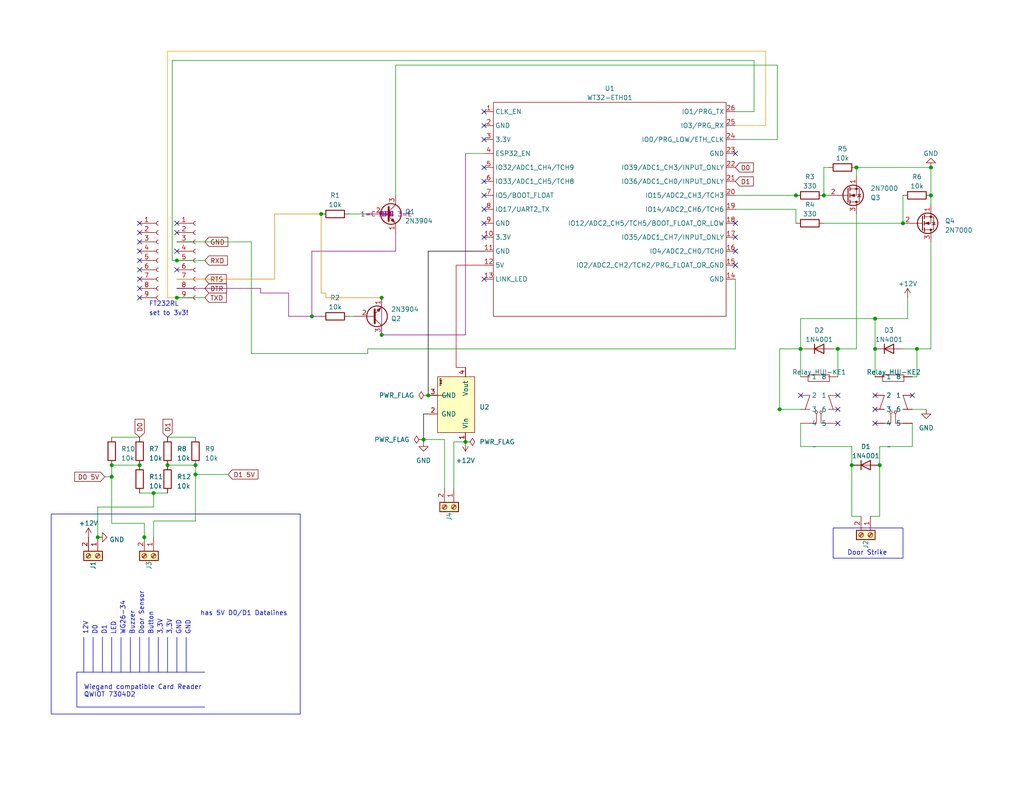
<source format=kicad_sch>
(kicad_sch (version 20230121) (generator eeschema)

  (uuid a861430e-24e7-4cd0-828f-8f49278c9e63)

  (paper "USLetter")

  (title_block
    (title "Door Controller")
    (date "2023-12-29")
    (rev "1")
    (company "MetaMakersCooperative")
    (comment 1 "https://metamakers.org/")
    (comment 2 "Door Controller")
  )

  (lib_symbols
    (symbol "2N3904_1" (pin_names (offset 0) hide) (in_bom yes) (on_board yes)
      (property "Reference" "Q1" (at 5.08 0.635 0)
        (effects (font (size 1.27 1.27)) (justify left))
      )
      (property "Value" "2N3904" (at 5.08 -1.905 0)
        (effects (font (size 1.27 1.27)) (justify left))
      )
      (property "Footprint" "Package_TO_SOT_THT:TO-92_Inline" (at 5.08 -1.905 0)
        (effects (font (size 1.27 1.27) italic) (justify left) hide)
      )
      (property "Datasheet" "https://www.onsemi.com/pub/Collateral/2N3903-D.PDF" (at 0 0 0)
        (effects (font (size 1.27 1.27)) (justify left) hide)
      )
      (property "Sim.Device" "NPN" (at 0 0 0)
        (effects (font (size 1.27 1.27)))
      )
      (property "Sim.Type" "VBIC" (at 0 0 0)
        (effects (font (size 1.27 1.27)))
      )
      (property "Sim.Pins" "1=C 2=B 3=E" (at 0 0 0)
        (effects (font (size 1.27 1.27)))
      )
      (property "ki_keywords" "NPN Transistor" (at 0 0 0)
        (effects (font (size 1.27 1.27)) hide)
      )
      (property "ki_description" "0.2A Ic, 40V Vce, Small Signal NPN Transistor, TO-92" (at 0 0 0)
        (effects (font (size 1.27 1.27)) hide)
      )
      (property "ki_fp_filters" "TO?92*" (at 0 0 0)
        (effects (font (size 1.27 1.27)) hide)
      )
      (symbol "2N3904_1_0_1"
        (polyline
          (pts
            (xy 0.635 0.635)
            (xy 2.54 2.54)
          )
          (stroke (width 0) (type default))
          (fill (type none))
        )
        (polyline
          (pts
            (xy 0.635 -0.635)
            (xy 2.54 -2.54)
            (xy 2.54 -2.54)
          )
          (stroke (width 0) (type default))
          (fill (type none))
        )
        (polyline
          (pts
            (xy 0.635 1.905)
            (xy 0.635 -1.905)
            (xy 0.635 -1.905)
          )
          (stroke (width 0.508) (type default))
          (fill (type none))
        )
        (polyline
          (pts
            (xy 1.27 -1.778)
            (xy 1.778 -1.27)
            (xy 2.286 -2.286)
            (xy 1.27 -1.778)
            (xy 1.27 -1.778)
          )
          (stroke (width 0) (type default))
          (fill (type outline))
        )
        (circle (center 1.27 0) (radius 2.8194)
          (stroke (width 0.254) (type default))
          (fill (type none))
        )
      )
      (symbol "2N3904_1_1_1"
        (pin passive line (at 2.54 -5.08 90) (length 2.54)
          (name "E" (effects (font (size 1.27 1.27))))
          (number "1" (effects (font (size 1.27 1.27))))
        )
        (pin passive line (at -5.08 0 0) (length 5.715)
          (name "B" (effects (font (size 1.27 1.27))))
          (number "2" (effects (font (size 1.27 1.27))))
        )
        (pin passive line (at 2.54 5.08 270) (length 2.54)
          (name "C" (effects (font (size 1.27 1.27))))
          (number "3" (effects (font (size 1.27 1.27))))
        )
      )
    )
    (symbol "Connector:Conn_01x09_Socket" (pin_names (offset 1.016) hide) (in_bom yes) (on_board yes)
      (property "Reference" "J" (at 0 12.7 0)
        (effects (font (size 1.27 1.27)))
      )
      (property "Value" "Conn_01x09_Socket" (at 0 -12.7 0)
        (effects (font (size 1.27 1.27)))
      )
      (property "Footprint" "" (at 0 0 0)
        (effects (font (size 1.27 1.27)) hide)
      )
      (property "Datasheet" "~" (at 0 0 0)
        (effects (font (size 1.27 1.27)) hide)
      )
      (property "ki_locked" "" (at 0 0 0)
        (effects (font (size 1.27 1.27)))
      )
      (property "ki_keywords" "connector" (at 0 0 0)
        (effects (font (size 1.27 1.27)) hide)
      )
      (property "ki_description" "Generic connector, single row, 01x09, script generated" (at 0 0 0)
        (effects (font (size 1.27 1.27)) hide)
      )
      (property "ki_fp_filters" "Connector*:*_1x??_*" (at 0 0 0)
        (effects (font (size 1.27 1.27)) hide)
      )
      (symbol "Conn_01x09_Socket_1_1"
        (arc (start 0 -9.652) (mid -0.5058 -10.16) (end 0 -10.668)
          (stroke (width 0.1524) (type default))
          (fill (type none))
        )
        (arc (start 0 -7.112) (mid -0.5058 -7.62) (end 0 -8.128)
          (stroke (width 0.1524) (type default))
          (fill (type none))
        )
        (arc (start 0 -4.572) (mid -0.5058 -5.08) (end 0 -5.588)
          (stroke (width 0.1524) (type default))
          (fill (type none))
        )
        (arc (start 0 -2.032) (mid -0.5058 -2.54) (end 0 -3.048)
          (stroke (width 0.1524) (type default))
          (fill (type none))
        )
        (polyline
          (pts
            (xy -1.27 -10.16)
            (xy -0.508 -10.16)
          )
          (stroke (width 0.1524) (type default))
          (fill (type none))
        )
        (polyline
          (pts
            (xy -1.27 -7.62)
            (xy -0.508 -7.62)
          )
          (stroke (width 0.1524) (type default))
          (fill (type none))
        )
        (polyline
          (pts
            (xy -1.27 -5.08)
            (xy -0.508 -5.08)
          )
          (stroke (width 0.1524) (type default))
          (fill (type none))
        )
        (polyline
          (pts
            (xy -1.27 -2.54)
            (xy -0.508 -2.54)
          )
          (stroke (width 0.1524) (type default))
          (fill (type none))
        )
        (polyline
          (pts
            (xy -1.27 0)
            (xy -0.508 0)
          )
          (stroke (width 0.1524) (type default))
          (fill (type none))
        )
        (polyline
          (pts
            (xy -1.27 2.54)
            (xy -0.508 2.54)
          )
          (stroke (width 0.1524) (type default))
          (fill (type none))
        )
        (polyline
          (pts
            (xy -1.27 5.08)
            (xy -0.508 5.08)
          )
          (stroke (width 0.1524) (type default))
          (fill (type none))
        )
        (polyline
          (pts
            (xy -1.27 7.62)
            (xy -0.508 7.62)
          )
          (stroke (width 0.1524) (type default))
          (fill (type none))
        )
        (polyline
          (pts
            (xy -1.27 10.16)
            (xy -0.508 10.16)
          )
          (stroke (width 0.1524) (type default))
          (fill (type none))
        )
        (arc (start 0 0.508) (mid -0.5058 0) (end 0 -0.508)
          (stroke (width 0.1524) (type default))
          (fill (type none))
        )
        (arc (start 0 3.048) (mid -0.5058 2.54) (end 0 2.032)
          (stroke (width 0.1524) (type default))
          (fill (type none))
        )
        (arc (start 0 5.588) (mid -0.5058 5.08) (end 0 4.572)
          (stroke (width 0.1524) (type default))
          (fill (type none))
        )
        (arc (start 0 8.128) (mid -0.5058 7.62) (end 0 7.112)
          (stroke (width 0.1524) (type default))
          (fill (type none))
        )
        (arc (start 0 10.668) (mid -0.5058 10.16) (end 0 9.652)
          (stroke (width 0.1524) (type default))
          (fill (type none))
        )
        (pin passive line (at -5.08 10.16 0) (length 3.81)
          (name "Pin_1" (effects (font (size 1.27 1.27))))
          (number "1" (effects (font (size 1.27 1.27))))
        )
        (pin passive line (at -5.08 7.62 0) (length 3.81)
          (name "Pin_2" (effects (font (size 1.27 1.27))))
          (number "2" (effects (font (size 1.27 1.27))))
        )
        (pin passive line (at -5.08 5.08 0) (length 3.81)
          (name "Pin_3" (effects (font (size 1.27 1.27))))
          (number "3" (effects (font (size 1.27 1.27))))
        )
        (pin passive line (at -5.08 2.54 0) (length 3.81)
          (name "Pin_4" (effects (font (size 1.27 1.27))))
          (number "4" (effects (font (size 1.27 1.27))))
        )
        (pin passive line (at -5.08 0 0) (length 3.81)
          (name "Pin_5" (effects (font (size 1.27 1.27))))
          (number "5" (effects (font (size 1.27 1.27))))
        )
        (pin passive line (at -5.08 -2.54 0) (length 3.81)
          (name "Pin_6" (effects (font (size 1.27 1.27))))
          (number "6" (effects (font (size 1.27 1.27))))
        )
        (pin passive line (at -5.08 -5.08 0) (length 3.81)
          (name "Pin_7" (effects (font (size 1.27 1.27))))
          (number "7" (effects (font (size 1.27 1.27))))
        )
        (pin passive line (at -5.08 -7.62 0) (length 3.81)
          (name "Pin_8" (effects (font (size 1.27 1.27))))
          (number "8" (effects (font (size 1.27 1.27))))
        )
        (pin passive line (at -5.08 -10.16 0) (length 3.81)
          (name "Pin_9" (effects (font (size 1.27 1.27))))
          (number "9" (effects (font (size 1.27 1.27))))
        )
      )
    )
    (symbol "Connector:Screw_Terminal_01x02" (pin_names (offset 1.016) hide) (in_bom yes) (on_board yes)
      (property "Reference" "J" (at 0 2.54 0)
        (effects (font (size 1.27 1.27)))
      )
      (property "Value" "Screw_Terminal_01x02" (at 0 -5.08 0)
        (effects (font (size 1.27 1.27)))
      )
      (property "Footprint" "" (at 0 0 0)
        (effects (font (size 1.27 1.27)) hide)
      )
      (property "Datasheet" "~" (at 0 0 0)
        (effects (font (size 1.27 1.27)) hide)
      )
      (property "ki_keywords" "screw terminal" (at 0 0 0)
        (effects (font (size 1.27 1.27)) hide)
      )
      (property "ki_description" "Generic screw terminal, single row, 01x02, script generated (kicad-library-utils/schlib/autogen/connector/)" (at 0 0 0)
        (effects (font (size 1.27 1.27)) hide)
      )
      (property "ki_fp_filters" "TerminalBlock*:*" (at 0 0 0)
        (effects (font (size 1.27 1.27)) hide)
      )
      (symbol "Screw_Terminal_01x02_1_1"
        (rectangle (start -1.27 1.27) (end 1.27 -3.81)
          (stroke (width 0.254) (type default))
          (fill (type background))
        )
        (circle (center 0 -2.54) (radius 0.635)
          (stroke (width 0.1524) (type default))
          (fill (type none))
        )
        (polyline
          (pts
            (xy -0.5334 -2.2098)
            (xy 0.3302 -3.048)
          )
          (stroke (width 0.1524) (type default))
          (fill (type none))
        )
        (polyline
          (pts
            (xy -0.5334 0.3302)
            (xy 0.3302 -0.508)
          )
          (stroke (width 0.1524) (type default))
          (fill (type none))
        )
        (polyline
          (pts
            (xy -0.3556 -2.032)
            (xy 0.508 -2.8702)
          )
          (stroke (width 0.1524) (type default))
          (fill (type none))
        )
        (polyline
          (pts
            (xy -0.3556 0.508)
            (xy 0.508 -0.3302)
          )
          (stroke (width 0.1524) (type default))
          (fill (type none))
        )
        (circle (center 0 0) (radius 0.635)
          (stroke (width 0.1524) (type default))
          (fill (type none))
        )
        (pin passive line (at -5.08 0 0) (length 3.81)
          (name "Pin_1" (effects (font (size 1.27 1.27))))
          (number "1" (effects (font (size 1.27 1.27))))
        )
        (pin passive line (at -5.08 -2.54 0) (length 3.81)
          (name "Pin_2" (effects (font (size 1.27 1.27))))
          (number "2" (effects (font (size 1.27 1.27))))
        )
      )
    )
    (symbol "Device:R" (pin_numbers hide) (pin_names (offset 0)) (in_bom yes) (on_board yes)
      (property "Reference" "R" (at 2.032 0 90)
        (effects (font (size 1.27 1.27)))
      )
      (property "Value" "R" (at 0 0 90)
        (effects (font (size 1.27 1.27)))
      )
      (property "Footprint" "" (at -1.778 0 90)
        (effects (font (size 1.27 1.27)) hide)
      )
      (property "Datasheet" "~" (at 0 0 0)
        (effects (font (size 1.27 1.27)) hide)
      )
      (property "ki_keywords" "R res resistor" (at 0 0 0)
        (effects (font (size 1.27 1.27)) hide)
      )
      (property "ki_description" "Resistor" (at 0 0 0)
        (effects (font (size 1.27 1.27)) hide)
      )
      (property "ki_fp_filters" "R_*" (at 0 0 0)
        (effects (font (size 1.27 1.27)) hide)
      )
      (symbol "R_0_1"
        (rectangle (start -1.016 -2.54) (end 1.016 2.54)
          (stroke (width 0.254) (type default))
          (fill (type none))
        )
      )
      (symbol "R_1_1"
        (pin passive line (at 0 3.81 270) (length 1.27)
          (name "~" (effects (font (size 1.27 1.27))))
          (number "1" (effects (font (size 1.27 1.27))))
        )
        (pin passive line (at 0 -3.81 90) (length 1.27)
          (name "~" (effects (font (size 1.27 1.27))))
          (number "2" (effects (font (size 1.27 1.27))))
        )
      )
    )
    (symbol "Diode:1N4001" (pin_numbers hide) (pin_names hide) (in_bom yes) (on_board yes)
      (property "Reference" "D" (at 0 2.54 0)
        (effects (font (size 1.27 1.27)))
      )
      (property "Value" "1N4001" (at 0 -2.54 0)
        (effects (font (size 1.27 1.27)))
      )
      (property "Footprint" "Diode_THT:D_DO-41_SOD81_P10.16mm_Horizontal" (at 0 0 0)
        (effects (font (size 1.27 1.27)) hide)
      )
      (property "Datasheet" "http://www.vishay.com/docs/88503/1n4001.pdf" (at 0 0 0)
        (effects (font (size 1.27 1.27)) hide)
      )
      (property "Sim.Device" "D" (at 0 0 0)
        (effects (font (size 1.27 1.27)) hide)
      )
      (property "Sim.Pins" "1=K 2=A" (at 0 0 0)
        (effects (font (size 1.27 1.27)) hide)
      )
      (property "ki_keywords" "diode" (at 0 0 0)
        (effects (font (size 1.27 1.27)) hide)
      )
      (property "ki_description" "50V 1A General Purpose Rectifier Diode, DO-41" (at 0 0 0)
        (effects (font (size 1.27 1.27)) hide)
      )
      (property "ki_fp_filters" "D*DO?41*" (at 0 0 0)
        (effects (font (size 1.27 1.27)) hide)
      )
      (symbol "1N4001_0_1"
        (polyline
          (pts
            (xy -1.27 1.27)
            (xy -1.27 -1.27)
          )
          (stroke (width 0.254) (type default))
          (fill (type none))
        )
        (polyline
          (pts
            (xy 1.27 0)
            (xy -1.27 0)
          )
          (stroke (width 0) (type default))
          (fill (type none))
        )
        (polyline
          (pts
            (xy 1.27 1.27)
            (xy 1.27 -1.27)
            (xy -1.27 0)
            (xy 1.27 1.27)
          )
          (stroke (width 0.254) (type default))
          (fill (type none))
        )
      )
      (symbol "1N4001_1_1"
        (pin passive line (at -3.81 0 0) (length 2.54)
          (name "K" (effects (font (size 1.27 1.27))))
          (number "1" (effects (font (size 1.27 1.27))))
        )
        (pin passive line (at 3.81 0 180) (length 2.54)
          (name "A" (effects (font (size 1.27 1.27))))
          (number "2" (effects (font (size 1.27 1.27))))
        )
      )
    )
    (symbol "My_Library:Relay_HUI-KE" (in_bom yes) (on_board yes)
      (property "Reference" "Relay_HUI-KE" (at 0 0 0)
        (effects (font (size 1.27 1.27)))
      )
      (property "Value" "" (at 0 0 0)
        (effects (font (size 1.27 1.27)))
      )
      (property "Footprint" "MyLibrary:Relay_HUI-KE" (at 0 0 0)
        (effects (font (size 1.27 1.27)) hide)
      )
      (property "Datasheet" "" (at 0 0 0)
        (effects (font (size 1.27 1.27)) hide)
      )
      (symbol "Relay_HUI-KE_0_1"
        (rectangle (start -1.778 19.558) (end 4.0693 17.7749)
          (stroke (width 0) (type default))
          (fill (type none))
        )
        (polyline
          (pts
            (xy -1.27 13.97)
            (xy -2.54 10.16)
          )
          (stroke (width 0) (type default))
          (fill (type none))
        )
        (polyline
          (pts
            (xy 3.81 13.97)
            (xy 5.08 10.16)
          )
          (stroke (width 0) (type default))
          (fill (type none))
        )
        (polyline
          (pts
            (xy -1.27 6.35)
            (xy 0.508 6.35)
            (xy 0.508 8.89)
          )
          (stroke (width 0) (type default))
          (fill (type none))
        )
        (polyline
          (pts
            (xy 1.778 8.89)
            (xy 1.778 6.35)
            (xy 3.81 6.35)
          )
          (stroke (width 0) (type default))
          (fill (type none))
        )
        (circle (center 0.508 9.398) (radius 0.3592)
          (stroke (width 0) (type default))
          (fill (type none))
        )
        (circle (center 1.778 9.398) (radius 0.3592)
          (stroke (width 0) (type default))
          (fill (type none))
        )
      )
      (symbol "Relay_HUI-KE_1_1"
        (pin input line (at -3.81 19.05 0) (length 2.54)
          (name "1" (effects (font (size 1.27 1.27))))
          (number "" (effects (font (size 1.27 1.27))))
        )
        (pin input line (at 6.35 13.97 180) (length 2.54)
          (name "1" (effects (font (size 1.27 1.27))))
          (number "" (effects (font (size 1.27 1.27))))
        )
        (pin input line (at -3.81 13.97 0) (length 2.54)
          (name "2" (effects (font (size 1.27 1.27))))
          (number "" (effects (font (size 1.27 1.27))))
        )
        (pin input line (at -3.81 10.16 0) (length 2.54)
          (name "3" (effects (font (size 1.27 1.27))))
          (number "" (effects (font (size 1.27 1.27))))
        )
        (pin input line (at -3.81 6.35 0) (length 2.54)
          (name "4" (effects (font (size 1.27 1.27))))
          (number "" (effects (font (size 1.27 1.27))))
        )
        (pin input line (at 6.35 6.35 180) (length 2.54)
          (name "5" (effects (font (size 1.27 1.27))))
          (number "" (effects (font (size 1.27 1.27))))
        )
        (pin input line (at 6.35 10.16 180) (length 2.54)
          (name "6" (effects (font (size 1.27 1.27))))
          (number "" (effects (font (size 1.27 1.27))))
        )
        (pin input line (at 6.35 19.05 180) (length 2.54)
          (name "8" (effects (font (size 1.27 1.27))))
          (number "" (effects (font (size 1.27 1.27))))
        )
      )
    )
    (symbol "My_Library:YAAJ_DCDC_StepDown_LM2596" (pin_names (offset 1.016)) (in_bom yes) (on_board yes)
      (property "Reference" "U" (at -5.08 6.35 0)
        (effects (font (size 1.27 1.27)))
      )
      (property "Value" "YAAJ_DCDC_StepDown_LM2596" (at 0 11.43 0)
        (effects (font (size 1.27 1.27)))
      )
      (property "Footprint" "" (at -1.27 0 0)
        (effects (font (size 1.27 1.27)) hide)
      )
      (property "Datasheet" "" (at -1.27 0 0)
        (effects (font (size 1.27 1.27)) hide)
      )
      (property "ki_keywords" "module stepdown step down buck converter DCDC DC" (at 0 0 0)
        (effects (font (size 1.27 1.27)) hide)
      )
      (property "ki_description" "module : adjustable step down module 3.2V-40V to 1.25V-35V 3A" (at 0 0 0)
        (effects (font (size 1.27 1.27)) hide)
      )
      (symbol "YAAJ_DCDC_StepDown_LM2596_0_1"
        (rectangle (start -7.62 5.08) (end 7.62 -5.08)
          (stroke (width 0) (type solid))
          (fill (type background))
        )
      )
      (symbol "YAAJ_DCDC_StepDown_LM2596_1_1"
        (text "Y@@V" (at 6.1976 -4.2672 0)
          (effects (font (size 0.508 0.508)))
        )
        (pin power_in line (at -10.16 2.54 0) (length 2.54)
          (name "Vin" (effects (font (size 1.27 1.27))))
          (number "1" (effects (font (size 1.27 1.27))))
        )
        (pin power_in line (at -2.54 -7.62 90) (length 2.54)
          (name "GND" (effects (font (size 1.27 1.27))))
          (number "2" (effects (font (size 1.27 1.27))))
        )
        (pin power_in line (at 2.54 -7.62 90) (length 2.54)
          (name "GND" (effects (font (size 1.27 1.27))))
          (number "3" (effects (font (size 1.27 1.27))))
        )
        (pin power_out line (at 10.16 2.54 180) (length 2.54)
          (name "Vout" (effects (font (size 1.27 1.27))))
          (number "4" (effects (font (size 1.27 1.27))))
        )
      )
    )
    (symbol "Relay_HUI-KE_1" (in_bom yes) (on_board yes)
      (property "Reference" "Relay_HUI-KE" (at 0 0 0)
        (effects (font (size 1.27 1.27)))
      )
      (property "Value" "" (at 0 0 0)
        (effects (font (size 1.27 1.27)))
      )
      (property "Footprint" "MyLibrary:Relay_HUI-KE" (at 0 0 0)
        (effects (font (size 1.27 1.27)) hide)
      )
      (property "Datasheet" "" (at 0 0 0)
        (effects (font (size 1.27 1.27)) hide)
      )
      (symbol "Relay_HUI-KE_1_0_1"
        (rectangle (start -1.778 19.558) (end 4.0693 17.7749)
          (stroke (width 0) (type default))
          (fill (type none))
        )
        (polyline
          (pts
            (xy -1.27 13.97)
            (xy -2.54 10.16)
          )
          (stroke (width 0) (type default))
          (fill (type none))
        )
        (polyline
          (pts
            (xy 3.81 13.97)
            (xy 5.08 10.16)
          )
          (stroke (width 0) (type default))
          (fill (type none))
        )
        (polyline
          (pts
            (xy -1.27 6.35)
            (xy 0.508 6.35)
            (xy 0.508 8.89)
          )
          (stroke (width 0) (type default))
          (fill (type none))
        )
        (polyline
          (pts
            (xy 1.778 8.89)
            (xy 1.778 6.35)
            (xy 3.81 6.35)
          )
          (stroke (width 0) (type default))
          (fill (type none))
        )
        (circle (center 0.508 9.398) (radius 0.3592)
          (stroke (width 0) (type default))
          (fill (type none))
        )
        (circle (center 1.778 9.398) (radius 0.3592)
          (stroke (width 0) (type default))
          (fill (type none))
        )
      )
      (symbol "Relay_HUI-KE_1_1_1"
        (pin input line (at -3.81 19.05 0) (length 2.54)
          (name "1" (effects (font (size 1.27 1.27))))
          (number "" (effects (font (size 1.27 1.27))))
        )
        (pin input line (at 6.35 13.97 180) (length 2.54)
          (name "1" (effects (font (size 1.27 1.27))))
          (number "" (effects (font (size 1.27 1.27))))
        )
        (pin input line (at -3.81 13.97 0) (length 2.54)
          (name "2" (effects (font (size 1.27 1.27))))
          (number "" (effects (font (size 1.27 1.27))))
        )
        (pin input line (at -3.81 10.16 0) (length 2.54)
          (name "3" (effects (font (size 1.27 1.27))))
          (number "" (effects (font (size 1.27 1.27))))
        )
        (pin input line (at -3.81 6.35 0) (length 2.54)
          (name "4" (effects (font (size 1.27 1.27))))
          (number "" (effects (font (size 1.27 1.27))))
        )
        (pin input line (at 6.35 6.35 180) (length 2.54)
          (name "5" (effects (font (size 1.27 1.27))))
          (number "" (effects (font (size 1.27 1.27))))
        )
        (pin input line (at 6.35 10.16 180) (length 2.54)
          (name "6" (effects (font (size 1.27 1.27))))
          (number "" (effects (font (size 1.27 1.27))))
        )
        (pin input line (at 6.35 19.05 180) (length 2.54)
          (name "8" (effects (font (size 1.27 1.27))))
          (number "" (effects (font (size 1.27 1.27))))
        )
      )
    )
    (symbol "Transistor_BJT:2N3904" (pin_names (offset 0) hide) (in_bom yes) (on_board yes)
      (property "Reference" "Q" (at 5.08 1.905 0)
        (effects (font (size 1.27 1.27)) (justify left))
      )
      (property "Value" "2N3904" (at 5.08 0 0)
        (effects (font (size 1.27 1.27)) (justify left))
      )
      (property "Footprint" "Package_TO_SOT_THT:TO-92_Inline" (at 5.08 -1.905 0)
        (effects (font (size 1.27 1.27) italic) (justify left) hide)
      )
      (property "Datasheet" "https://www.onsemi.com/pub/Collateral/2N3903-D.PDF" (at 0 0 0)
        (effects (font (size 1.27 1.27)) (justify left) hide)
      )
      (property "ki_keywords" "NPN Transistor" (at 0 0 0)
        (effects (font (size 1.27 1.27)) hide)
      )
      (property "ki_description" "0.2A Ic, 40V Vce, Small Signal NPN Transistor, TO-92" (at 0 0 0)
        (effects (font (size 1.27 1.27)) hide)
      )
      (property "ki_fp_filters" "TO?92*" (at 0 0 0)
        (effects (font (size 1.27 1.27)) hide)
      )
      (symbol "2N3904_0_1"
        (polyline
          (pts
            (xy 0.635 0.635)
            (xy 2.54 2.54)
          )
          (stroke (width 0) (type default))
          (fill (type none))
        )
        (polyline
          (pts
            (xy 0.635 -0.635)
            (xy 2.54 -2.54)
            (xy 2.54 -2.54)
          )
          (stroke (width 0) (type default))
          (fill (type none))
        )
        (polyline
          (pts
            (xy 0.635 1.905)
            (xy 0.635 -1.905)
            (xy 0.635 -1.905)
          )
          (stroke (width 0.508) (type default))
          (fill (type none))
        )
        (polyline
          (pts
            (xy 1.27 -1.778)
            (xy 1.778 -1.27)
            (xy 2.286 -2.286)
            (xy 1.27 -1.778)
            (xy 1.27 -1.778)
          )
          (stroke (width 0) (type default))
          (fill (type outline))
        )
        (circle (center 1.27 0) (radius 2.8194)
          (stroke (width 0.254) (type default))
          (fill (type none))
        )
      )
      (symbol "2N3904_1_1"
        (pin passive line (at 2.54 -5.08 90) (length 2.54)
          (name "E" (effects (font (size 1.27 1.27))))
          (number "1" (effects (font (size 1.27 1.27))))
        )
        (pin passive line (at -5.08 0 0) (length 5.715)
          (name "B" (effects (font (size 1.27 1.27))))
          (number "2" (effects (font (size 1.27 1.27))))
        )
        (pin passive line (at 2.54 5.08 270) (length 2.54)
          (name "C" (effects (font (size 1.27 1.27))))
          (number "3" (effects (font (size 1.27 1.27))))
        )
      )
    )
    (symbol "Transistor_FET:2N7000" (pin_names hide) (in_bom yes) (on_board yes)
      (property "Reference" "Q" (at 5.08 1.905 0)
        (effects (font (size 1.27 1.27)) (justify left))
      )
      (property "Value" "2N7000" (at 5.08 0 0)
        (effects (font (size 1.27 1.27)) (justify left))
      )
      (property "Footprint" "Package_TO_SOT_THT:TO-92_Inline" (at 5.08 -1.905 0)
        (effects (font (size 1.27 1.27) italic) (justify left) hide)
      )
      (property "Datasheet" "https://www.vishay.com/docs/70226/70226.pdf" (at 0 0 0)
        (effects (font (size 1.27 1.27)) (justify left) hide)
      )
      (property "ki_keywords" "N-Channel MOSFET Logic-Level" (at 0 0 0)
        (effects (font (size 1.27 1.27)) hide)
      )
      (property "ki_description" "0.2A Id, 200V Vds, N-Channel MOSFET, 2.6V Logic Level, TO-92" (at 0 0 0)
        (effects (font (size 1.27 1.27)) hide)
      )
      (property "ki_fp_filters" "TO?92*" (at 0 0 0)
        (effects (font (size 1.27 1.27)) hide)
      )
      (symbol "2N7000_0_1"
        (polyline
          (pts
            (xy 0.254 0)
            (xy -2.54 0)
          )
          (stroke (width 0) (type default))
          (fill (type none))
        )
        (polyline
          (pts
            (xy 0.254 1.905)
            (xy 0.254 -1.905)
          )
          (stroke (width 0.254) (type default))
          (fill (type none))
        )
        (polyline
          (pts
            (xy 0.762 -1.27)
            (xy 0.762 -2.286)
          )
          (stroke (width 0.254) (type default))
          (fill (type none))
        )
        (polyline
          (pts
            (xy 0.762 0.508)
            (xy 0.762 -0.508)
          )
          (stroke (width 0.254) (type default))
          (fill (type none))
        )
        (polyline
          (pts
            (xy 0.762 2.286)
            (xy 0.762 1.27)
          )
          (stroke (width 0.254) (type default))
          (fill (type none))
        )
        (polyline
          (pts
            (xy 2.54 2.54)
            (xy 2.54 1.778)
          )
          (stroke (width 0) (type default))
          (fill (type none))
        )
        (polyline
          (pts
            (xy 2.54 -2.54)
            (xy 2.54 0)
            (xy 0.762 0)
          )
          (stroke (width 0) (type default))
          (fill (type none))
        )
        (polyline
          (pts
            (xy 0.762 -1.778)
            (xy 3.302 -1.778)
            (xy 3.302 1.778)
            (xy 0.762 1.778)
          )
          (stroke (width 0) (type default))
          (fill (type none))
        )
        (polyline
          (pts
            (xy 1.016 0)
            (xy 2.032 0.381)
            (xy 2.032 -0.381)
            (xy 1.016 0)
          )
          (stroke (width 0) (type default))
          (fill (type outline))
        )
        (polyline
          (pts
            (xy 2.794 0.508)
            (xy 2.921 0.381)
            (xy 3.683 0.381)
            (xy 3.81 0.254)
          )
          (stroke (width 0) (type default))
          (fill (type none))
        )
        (polyline
          (pts
            (xy 3.302 0.381)
            (xy 2.921 -0.254)
            (xy 3.683 -0.254)
            (xy 3.302 0.381)
          )
          (stroke (width 0) (type default))
          (fill (type none))
        )
        (circle (center 1.651 0) (radius 2.794)
          (stroke (width 0.254) (type default))
          (fill (type none))
        )
        (circle (center 2.54 -1.778) (radius 0.254)
          (stroke (width 0) (type default))
          (fill (type outline))
        )
        (circle (center 2.54 1.778) (radius 0.254)
          (stroke (width 0) (type default))
          (fill (type outline))
        )
      )
      (symbol "2N7000_1_1"
        (pin passive line (at 2.54 -5.08 90) (length 2.54)
          (name "S" (effects (font (size 1.27 1.27))))
          (number "1" (effects (font (size 1.27 1.27))))
        )
        (pin input line (at -5.08 0 0) (length 2.54)
          (name "G" (effects (font (size 1.27 1.27))))
          (number "2" (effects (font (size 1.27 1.27))))
        )
        (pin passive line (at 2.54 5.08 270) (length 2.54)
          (name "D" (effects (font (size 1.27 1.27))))
          (number "3" (effects (font (size 1.27 1.27))))
        )
      )
    )
    (symbol "WT32-ETH01:WT32-ETH01" (in_bom yes) (on_board yes)
      (property "Reference" "U" (at 0 -22.86 0)
        (effects (font (size 1.27 1.27)))
      )
      (property "Value" "WT32-ETH01" (at 0 -25.4 0)
        (effects (font (size 1.27 1.27)))
      )
      (property "Footprint" "WT32-ETH01:WT32-ETH01" (at 0 0 0)
        (effects (font (size 1.27 1.27)) hide)
      )
      (property "Datasheet" "" (at 0 0 0)
        (effects (font (size 1.27 1.27)) hide)
      )
      (property "ki_keywords" "esp, esp32" (at 0 0 0)
        (effects (font (size 1.27 1.27)) hide)
      )
      (property "ki_description" "An ESP32 Dev board with onboard ethernet. Produced by wireless-tag." (at 0 0 0)
        (effects (font (size 1.27 1.27)) hide)
      )
      (symbol "WT32-ETH01_0_1"
        (rectangle (start -31.75 29.21) (end 31.75 -29.21)
          (stroke (width 0) (type default))
          (fill (type none))
        )
      )
      (symbol "WT32-ETH01_1_1"
        (pin bidirectional line (at -34.29 26.67 0) (length 2.54)
          (name "CLK_EN" (effects (font (size 1.27 1.27))))
          (number "1" (effects (font (size 1.27 1.27))))
        )
        (pin power_out line (at -34.29 -7.62 0) (length 2.54)
          (name "3.3V" (effects (font (size 1.27 1.27))))
          (number "10" (effects (font (size 1.27 1.27))))
        )
        (pin power_in line (at -34.29 -11.43 0) (length 2.54)
          (name "GND" (effects (font (size 1.27 1.27))))
          (number "11" (effects (font (size 1.27 1.27))))
        )
        (pin power_in line (at -34.29 -15.24 0) (length 2.54)
          (name "5V" (effects (font (size 1.27 1.27))))
          (number "12" (effects (font (size 1.27 1.27))))
        )
        (pin output line (at -34.29 -19.05 0) (length 2.54)
          (name "LINK_LED" (effects (font (size 1.27 1.27))))
          (number "13" (effects (font (size 1.27 1.27))))
        )
        (pin power_in line (at 34.29 -19.05 180) (length 2.54)
          (name "GND" (effects (font (size 1.27 1.27))))
          (number "14" (effects (font (size 1.27 1.27))))
        )
        (pin bidirectional line (at 34.29 -15.24 180) (length 2.54)
          (name "IO2/ADC2_CH2/TCH2/PRG_FLOAT_OR_GND" (effects (font (size 1.27 1.27))))
          (number "15" (effects (font (size 1.27 1.27))))
        )
        (pin bidirectional line (at 34.29 -11.43 180) (length 2.54)
          (name "IO4/ADC2_CH0/TCH0" (effects (font (size 1.27 1.27))))
          (number "16" (effects (font (size 1.27 1.27))))
        )
        (pin input line (at 34.29 -7.62 180) (length 2.54)
          (name "IO35/ADC1_CH7/INPUT_ONLY" (effects (font (size 1.27 1.27))))
          (number "17" (effects (font (size 1.27 1.27))))
        )
        (pin bidirectional line (at 34.29 -3.81 180) (length 2.54)
          (name "IO12/ADC2_CH5/TCH5/BOOT_FLOAT_OR_LOW" (effects (font (size 1.27 1.27))))
          (number "18" (effects (font (size 1.27 1.27))))
        )
        (pin bidirectional line (at 34.29 0 180) (length 2.54)
          (name "IO14/ADC2_CH6/TCH6" (effects (font (size 1.27 1.27))))
          (number "19" (effects (font (size 1.27 1.27))))
        )
        (pin power_in line (at -34.29 22.86 0) (length 2.54)
          (name "GND" (effects (font (size 1.27 1.27))))
          (number "2" (effects (font (size 1.27 1.27))))
        )
        (pin bidirectional line (at 34.29 3.81 180) (length 2.54)
          (name "IO15/ADC2_CH3/TCH3" (effects (font (size 1.27 1.27))))
          (number "20" (effects (font (size 1.27 1.27))))
        )
        (pin input line (at 34.29 7.62 180) (length 2.54)
          (name "IO36/ADC1_CH0/INPUT_ONLY" (effects (font (size 1.27 1.27))))
          (number "21" (effects (font (size 1.27 1.27))))
        )
        (pin input line (at 34.29 11.43 180) (length 2.54)
          (name "IO39/ADC1_CH3/INPUT_ONLY" (effects (font (size 1.27 1.27))))
          (number "22" (effects (font (size 1.27 1.27))))
        )
        (pin power_in line (at 34.29 15.24 180) (length 2.54)
          (name "GND" (effects (font (size 1.27 1.27))))
          (number "23" (effects (font (size 1.27 1.27))))
        )
        (pin bidirectional line (at 34.29 19.05 180) (length 2.54)
          (name "IO0/PRG_LOW/ETH_CLK" (effects (font (size 1.27 1.27))))
          (number "24" (effects (font (size 1.27 1.27))))
        )
        (pin bidirectional line (at 34.29 22.86 180) (length 2.54)
          (name "IO3/PRG_RX" (effects (font (size 1.27 1.27))))
          (number "25" (effects (font (size 1.27 1.27))))
        )
        (pin bidirectional line (at 34.29 26.67 180) (length 2.54)
          (name "IO1/PRG_TX" (effects (font (size 1.27 1.27))))
          (number "26" (effects (font (size 1.27 1.27))))
        )
        (pin power_out line (at -34.29 19.05 0) (length 2.54)
          (name "3.3V" (effects (font (size 1.27 1.27))))
          (number "3" (effects (font (size 1.27 1.27))))
        )
        (pin bidirectional line (at -34.29 15.24 0) (length 2.54)
          (name "ESP32_EN" (effects (font (size 1.27 1.27))))
          (number "4" (effects (font (size 1.27 1.27))))
        )
        (pin bidirectional line (at -34.29 11.43 0) (length 2.54)
          (name "IO32/ADC1_CH4/TCH9" (effects (font (size 1.27 1.27))))
          (number "5" (effects (font (size 1.27 1.27))))
        )
        (pin bidirectional line (at -34.29 7.62 0) (length 2.54)
          (name "IO33/ADC1_CH5/TCH8" (effects (font (size 1.27 1.27))))
          (number "6" (effects (font (size 1.27 1.27))))
        )
        (pin bidirectional line (at -34.29 3.81 0) (length 2.54)
          (name "IO5/BOOT_FLOAT" (effects (font (size 1.27 1.27))))
          (number "7" (effects (font (size 1.27 1.27))))
        )
        (pin bidirectional line (at -34.29 0 0) (length 2.54)
          (name "IO17/UART2_TX" (effects (font (size 1.27 1.27))))
          (number "8" (effects (font (size 1.27 1.27))))
        )
        (pin power_in line (at -34.29 -3.81 0) (length 2.54)
          (name "GND" (effects (font (size 1.27 1.27))))
          (number "9" (effects (font (size 1.27 1.27))))
        )
      )
    )
    (symbol "power:+12V" (power) (pin_names (offset 0)) (in_bom yes) (on_board yes)
      (property "Reference" "#PWR" (at 0 -3.81 0)
        (effects (font (size 1.27 1.27)) hide)
      )
      (property "Value" "+12V" (at 0 3.556 0)
        (effects (font (size 1.27 1.27)))
      )
      (property "Footprint" "" (at 0 0 0)
        (effects (font (size 1.27 1.27)) hide)
      )
      (property "Datasheet" "" (at 0 0 0)
        (effects (font (size 1.27 1.27)) hide)
      )
      (property "ki_keywords" "global power" (at 0 0 0)
        (effects (font (size 1.27 1.27)) hide)
      )
      (property "ki_description" "Power symbol creates a global label with name \"+12V\"" (at 0 0 0)
        (effects (font (size 1.27 1.27)) hide)
      )
      (symbol "+12V_0_1"
        (polyline
          (pts
            (xy -0.762 1.27)
            (xy 0 2.54)
          )
          (stroke (width 0) (type default))
          (fill (type none))
        )
        (polyline
          (pts
            (xy 0 0)
            (xy 0 2.54)
          )
          (stroke (width 0) (type default))
          (fill (type none))
        )
        (polyline
          (pts
            (xy 0 2.54)
            (xy 0.762 1.27)
          )
          (stroke (width 0) (type default))
          (fill (type none))
        )
      )
      (symbol "+12V_1_1"
        (pin power_in line (at 0 0 90) (length 0) hide
          (name "+12V" (effects (font (size 1.27 1.27))))
          (number "1" (effects (font (size 1.27 1.27))))
        )
      )
    )
    (symbol "power:GND" (power) (pin_names (offset 0)) (in_bom yes) (on_board yes)
      (property "Reference" "#PWR" (at 0 -6.35 0)
        (effects (font (size 1.27 1.27)) hide)
      )
      (property "Value" "GND" (at 0 -3.81 0)
        (effects (font (size 1.27 1.27)))
      )
      (property "Footprint" "" (at 0 0 0)
        (effects (font (size 1.27 1.27)) hide)
      )
      (property "Datasheet" "" (at 0 0 0)
        (effects (font (size 1.27 1.27)) hide)
      )
      (property "ki_keywords" "global power" (at 0 0 0)
        (effects (font (size 1.27 1.27)) hide)
      )
      (property "ki_description" "Power symbol creates a global label with name \"GND\" , ground" (at 0 0 0)
        (effects (font (size 1.27 1.27)) hide)
      )
      (symbol "GND_0_1"
        (polyline
          (pts
            (xy 0 0)
            (xy 0 -1.27)
            (xy 1.27 -1.27)
            (xy 0 -2.54)
            (xy -1.27 -1.27)
            (xy 0 -1.27)
          )
          (stroke (width 0) (type default))
          (fill (type none))
        )
      )
      (symbol "GND_1_1"
        (pin power_in line (at 0 0 270) (length 0) hide
          (name "GND" (effects (font (size 1.27 1.27))))
          (number "1" (effects (font (size 1.27 1.27))))
        )
      )
    )
    (symbol "power:PWR_FLAG" (power) (pin_numbers hide) (pin_names (offset 0) hide) (in_bom yes) (on_board yes)
      (property "Reference" "#FLG" (at 0 1.905 0)
        (effects (font (size 1.27 1.27)) hide)
      )
      (property "Value" "PWR_FLAG" (at 0 3.81 0)
        (effects (font (size 1.27 1.27)))
      )
      (property "Footprint" "" (at 0 0 0)
        (effects (font (size 1.27 1.27)) hide)
      )
      (property "Datasheet" "~" (at 0 0 0)
        (effects (font (size 1.27 1.27)) hide)
      )
      (property "ki_keywords" "flag power" (at 0 0 0)
        (effects (font (size 1.27 1.27)) hide)
      )
      (property "ki_description" "Special symbol for telling ERC where power comes from" (at 0 0 0)
        (effects (font (size 1.27 1.27)) hide)
      )
      (symbol "PWR_FLAG_0_0"
        (pin power_out line (at 0 0 90) (length 0)
          (name "pwr" (effects (font (size 1.27 1.27))))
          (number "1" (effects (font (size 1.27 1.27))))
        )
      )
      (symbol "PWR_FLAG_0_1"
        (polyline
          (pts
            (xy 0 0)
            (xy 0 1.27)
            (xy -1.016 1.905)
            (xy 0 2.54)
            (xy 1.016 1.905)
            (xy 0 1.27)
          )
          (stroke (width 0) (type default))
          (fill (type none))
        )
      )
    )
  )

  (junction (at 127 120.65) (diameter 0) (color 0 0 0 0)
    (uuid 01709954-cca1-4d71-8d76-7cda20d460d0)
  )
  (junction (at 87.63 58.42) (diameter 0) (color 0 0 0 0)
    (uuid 0179231b-90e3-459e-8e49-b2fa5a04e851)
  )
  (junction (at 240.03 127) (diameter 0) (color 0 0 0 0)
    (uuid 0669e4b7-a0ba-4d32-8371-b98590586e3b)
  )
  (junction (at 38.1 127) (diameter 0) (color 0 0 0 0)
    (uuid 0a8e02cf-20f9-4c0f-993d-23d3d813c188)
  )
  (junction (at 115.57 120.015) (diameter 0) (color 0 0 0 0)
    (uuid 0b68978a-0e2e-4c02-87fe-29acfd667f60)
  )
  (junction (at 116.84 107.95) (diameter 0) (color 0 0 0 0)
    (uuid 115506d2-19b3-45b2-8d0f-3b3cb37c5a41)
  )
  (junction (at 104.14 91.44) (diameter 0) (color 0 0 0 0)
    (uuid 19c9d72b-b8eb-4e49-ad51-8ea4cba31d83)
  )
  (junction (at 85.09 86.36) (diameter 0) (color 0 0 0 0)
    (uuid 1a75163b-61af-4015-9c4e-d46d1daed1e6)
  )
  (junction (at 30.48 130.175) (diameter 0) (color 0 0 0 0)
    (uuid 2bdaa07a-1846-462f-affe-a973c7962523)
  )
  (junction (at 53.34 129.54) (diameter 0) (color 0 0 0 0)
    (uuid 2fd89ad7-2c08-4654-a2ed-4d1cacdb02ef)
  )
  (junction (at 26.67 146.685) (diameter 0) (color 0 0 0 0)
    (uuid 32d7aceb-fdb5-409a-a7a1-884c240acaf5)
  )
  (junction (at 30.48 127) (diameter 0) (color 0 0 0 0)
    (uuid 420e8dbc-ae3f-4dc0-8c50-ede1cb4b902f)
  )
  (junction (at 246.38 60.96) (diameter 0) (color 0 0 0 0)
    (uuid 55b99ce8-8809-467b-a9ed-f874c03eb91d)
  )
  (junction (at 254 45.72) (diameter 0) (color 0 0 0 0)
    (uuid 5b895796-e58d-48ee-8e6a-78acc0c4351c)
  )
  (junction (at 233.68 45.72) (diameter 0) (color 0 0 0 0)
    (uuid 62d3b0d8-d48b-4fd8-b08d-6a08bb5bc934)
  )
  (junction (at 250.19 95.25) (diameter 0) (color 0 0 0 0)
    (uuid 73a0bf63-2c2e-40cf-b988-49aa6f53654b)
  )
  (junction (at 104.14 81.28) (diameter 0) (color 0 0 0 0)
    (uuid 819622ea-dd9f-441d-9c95-320d588fb7dd)
  )
  (junction (at 228.6 95.25) (diameter 0) (color 0 0 0 0)
    (uuid 81fd41b1-0be6-49a0-addf-f8e52dbef318)
  )
  (junction (at 48.26 81.28) (diameter 0) (color 0 0 0 0)
    (uuid 84defc7f-d0b9-49a1-8029-f64368904a70)
  )
  (junction (at 238.76 95.25) (diameter 0) (color 0 0 0 0)
    (uuid 86b805b3-f11d-4912-a92f-a6e04b0b19c9)
  )
  (junction (at 238.76 86.995) (diameter 0) (color 0 0 0 0)
    (uuid 96e1c7d6-f2a0-40e5-92ce-1a6075119737)
  )
  (junction (at 232.41 127) (diameter 0) (color 0 0 0 0)
    (uuid 9d0d6318-da4e-4e15-b456-c40e776fc4cc)
  )
  (junction (at 53.34 127) (diameter 0) (color 0 0 0 0)
    (uuid a1398c0f-f1ff-4a3b-b6b7-199c77bd8b3d)
  )
  (junction (at 217.17 53.34) (diameter 0) (color 0 0 0 0)
    (uuid c4b02524-8217-44c2-90e6-62f4c778fbbc)
  )
  (junction (at 224.79 53.34) (diameter 0) (color 0 0 0 0)
    (uuid c97e7df1-75fc-4919-8842-7d331a43b836)
  )
  (junction (at 39.37 146.685) (diameter 0) (color 0 0 0 0)
    (uuid cb19eb33-bc24-4785-8f5b-dfaa61383944)
  )
  (junction (at 41.91 134.62) (diameter 0) (color 0 0 0 0)
    (uuid d0cb5b65-5b7c-49a9-bf16-36b52378bd06)
  )
  (junction (at 45.72 127) (diameter 0) (color 0 0 0 0)
    (uuid d4102f08-d744-40d8-af0f-943c3e38562e)
  )
  (junction (at 48.26 71.12) (diameter 0) (color 0 0 0 0)
    (uuid efb33180-8f17-4d1d-a250-bf41cce088a4)
  )
  (junction (at 212.725 111.76) (diameter 0) (color 0 0 0 0)
    (uuid f88a95c6-b6e6-44e5-aba0-d68aec4c275e)
  )
  (junction (at 254 53.34) (diameter 0) (color 0 0 0 0)
    (uuid fb45d4b4-3e31-4799-828d-46b369e0a034)
  )
  (junction (at 218.44 95.25) (diameter 0) (color 0 0 0 0)
    (uuid fdd25d53-930c-4000-a113-31f45aa798ac)
  )

  (no_connect (at 48.26 60.96) (uuid 004b14ab-8725-4a2e-85d2-f659e038ad62))
  (no_connect (at 132.08 30.48) (uuid 005f1895-74a2-4050-8b59-9395e810cd0a))
  (no_connect (at 238.76 107.95) (uuid 042d3f88-a1fb-421e-a0b2-252eca95c9a4))
  (no_connect (at 132.08 76.2) (uuid 08f37005-e385-497d-9e4b-8ab7c5a6ae50))
  (no_connect (at 200.66 41.91) (uuid 0ed0e8e2-11f8-493f-abc2-10e97e1c09ba))
  (no_connect (at 228.6 115.57) (uuid 0f284674-ef28-415c-becd-704214fad704))
  (no_connect (at 218.44 107.95) (uuid 109f36d8-d585-420e-8545-b5ccf9d4dc95))
  (no_connect (at 200.66 60.96) (uuid 11c36399-d920-4e87-b5b4-18393067dae6))
  (no_connect (at 38.1 63.5) (uuid 17755038-9f37-4b2b-b498-dfd84f14d5a7))
  (no_connect (at 200.66 72.39) (uuid 2e27ad3a-188c-426f-85fb-7511011b7980))
  (no_connect (at 132.08 64.77) (uuid 3c1509b1-941d-4618-96cc-71eaf50d3346))
  (no_connect (at 132.08 49.53) (uuid 401d09f0-fe9d-4ef8-af51-4cc7584264c2))
  (no_connect (at 38.1 81.28) (uuid 43928bbb-1690-421b-b16c-1d4f2d47eeb1))
  (no_connect (at 38.1 60.96) (uuid 47cd7027-f06a-4d5a-8fd3-1319fc3b1b17))
  (no_connect (at 38.1 76.2) (uuid 49c14ca4-20fd-4a63-a00d-993a5eccf221))
  (no_connect (at 132.08 34.29) (uuid 5d58a3ba-8908-480d-8de4-db46da41dab1))
  (no_connect (at 48.26 73.66) (uuid 5f903eaa-151d-4110-9dd9-479cd9d8544a))
  (no_connect (at 38.1 78.74) (uuid 78905e9f-df7d-442a-905f-121508fcef25))
  (no_connect (at 38.1 73.66) (uuid 79890a5d-8948-4611-be48-7e649eb6db52))
  (no_connect (at 248.92 107.95) (uuid 7bc839ef-e6cf-4112-a26a-5cad845ecd3d))
  (no_connect (at 38.1 66.04) (uuid 947c9812-b02d-4e8d-b50a-c5969c707870))
  (no_connect (at 38.1 68.58) (uuid ad8b604d-bc3d-4742-a3b0-008e29c36522))
  (no_connect (at 228.6 107.95) (uuid b0b4facc-2489-49b9-b307-750d3caecbaf))
  (no_connect (at 132.08 60.96) (uuid b8b736e7-316d-400c-9a02-54dfba168eaa))
  (no_connect (at 200.66 64.77) (uuid bac9a1ee-d987-42d7-a8ec-1072ad79279c))
  (no_connect (at 48.26 63.5) (uuid bbd8ae70-997a-4c73-9609-0b02cc6144ef))
  (no_connect (at 132.08 45.72) (uuid bfc492cc-1fc9-469b-bf38-c375b8f0a29a))
  (no_connect (at 48.26 68.58) (uuid caac3b8c-7f9d-4972-841d-b3f3ca199370))
  (no_connect (at 238.76 111.76) (uuid d50be621-a509-479e-91f6-33db5d7b8043))
  (no_connect (at 200.66 68.58) (uuid d5c05bcb-d6fc-4489-8ab9-f2ceb5a7b311))
  (no_connect (at 132.08 57.15) (uuid d9448fbb-ce6c-4df4-b2a1-87e1270b146e))
  (no_connect (at 38.1 71.12) (uuid deebb4ae-4756-47a4-937b-06553d9987c2))
  (no_connect (at 132.08 38.1) (uuid eff2913d-0f3d-4293-a716-604d09c4348e))
  (no_connect (at 238.76 115.57) (uuid f0055cbc-a1ba-4675-92fc-9fd2ff0002d8))
  (no_connect (at 228.6 111.76) (uuid fead94d8-ceb1-4bed-8d71-0b98d3517f74))
  (no_connect (at 132.08 53.34) (uuid ff9dcdf7-4a81-409d-ba3d-885c2db1deba))

  (wire (pts (xy 224.79 53.34) (xy 226.06 53.34))
    (stroke (width 0) (type default))
    (uuid 01c23e33-df0c-4992-bdda-00a5412c29ea)
  )
  (wire (pts (xy 87.63 80.01) (xy 87.63 58.42))
    (stroke (width 0) (type default) (color 221 133 0 1))
    (uuid 06b837cc-f9fd-4629-a541-3753b392b4f9)
  )
  (wire (pts (xy 85.09 68.58) (xy 85.09 86.36))
    (stroke (width 0) (type default) (color 132 0 132 1))
    (uuid 06e75ae7-671f-44f4-a35a-b4427d54e8b1)
  )
  (wire (pts (xy 74.93 58.42) (xy 87.63 58.42))
    (stroke (width 0) (type default) (color 221 133 0 1))
    (uuid 084319c3-b021-4ec7-8643-8ec6821ae55e)
  )
  (wire (pts (xy 246.38 53.34) (xy 246.38 60.96))
    (stroke (width 0) (type default))
    (uuid 0935b57a-ffc3-4eb8-8c54-0fb71fd308c2)
  )
  (wire (pts (xy 200.66 76.2) (xy 200.66 95.25))
    (stroke (width 0) (type default))
    (uuid 09643223-3ee5-4306-98f9-c2bf6ee3f14a)
  )
  (wire (pts (xy 232.41 127) (xy 232.41 140.97))
    (stroke (width 0) (type default))
    (uuid 09d578a4-8b2c-4dfa-90bf-909db54aec90)
  )
  (wire (pts (xy 238.76 86.995) (xy 218.44 86.995))
    (stroke (width 0) (type default))
    (uuid 0ae90523-529a-4be8-8c93-86f84902f2b0)
  )
  (wire (pts (xy 95.25 86.36) (xy 96.52 86.36))
    (stroke (width 0) (type default))
    (uuid 0b363c41-6860-4121-a7f8-a80130f01592)
  )
  (wire (pts (xy 248.92 121.92) (xy 248.92 115.57))
    (stroke (width 0) (type default))
    (uuid 0c3260e0-9e83-47c6-aa18-0ac75315b514)
  )
  (wire (pts (xy 212.09 38.1) (xy 200.66 38.1))
    (stroke (width 0) (type default))
    (uuid 0d51b314-2e97-468b-80b3-ba6648b39e3f)
  )
  (wire (pts (xy 107.95 17.78) (xy 107.95 53.34))
    (stroke (width 0) (type default))
    (uuid 0d92fbfb-338c-444d-8cc9-33c012161d0b)
  )
  (polyline (pts (xy 22.86 183.515) (xy 22.86 173.99))
    (stroke (width 0) (type default))
    (uuid 0e83457b-e1cc-45cb-8dba-2820c78a7760)
  )

  (wire (pts (xy 254 53.34) (xy 254 55.88))
    (stroke (width 0) (type default))
    (uuid 0fa230ea-987a-41aa-94e5-177a4ebb486c)
  )
  (wire (pts (xy 121.92 107.95) (xy 116.84 107.95))
    (stroke (width 0) (type default) (color 0 0 0 1))
    (uuid 12c1bf35-4555-4eb4-b28d-81e652de70ce)
  )
  (wire (pts (xy 218.44 86.995) (xy 218.44 95.25))
    (stroke (width 0) (type default))
    (uuid 166e1915-8cda-4636-b59b-64f0a9cb1bde)
  )
  (wire (pts (xy 53.34 129.54) (xy 53.34 127))
    (stroke (width 0) (type default))
    (uuid 185237cd-825a-44dd-adb7-7e71c1c9f22c)
  )
  (wire (pts (xy 240.03 127) (xy 240.03 121.92))
    (stroke (width 0) (type default))
    (uuid 21588ee4-ae98-46da-9a07-0d4c34cedd0e)
  )
  (wire (pts (xy 208.915 13.97) (xy 208.915 34.29))
    (stroke (width 0) (type default) (color 255 153 0 1))
    (uuid 22249794-d0df-4e48-bd21-4f24b36e3744)
  )
  (wire (pts (xy 104.14 91.44) (xy 127 91.44))
    (stroke (width 0) (type default) (color 132 0 132 1))
    (uuid 22571318-9c99-440b-91aa-619ec261bc1c)
  )
  (wire (pts (xy 200.66 53.34) (xy 217.17 53.34))
    (stroke (width 0) (type default))
    (uuid 22f736dc-429b-4539-9755-102abe2886bb)
  )
  (polyline (pts (xy 20.955 183.515) (xy 55.88 183.515))
    (stroke (width 0) (type default))
    (uuid 2670c7c0-c86d-4d54-948e-e6d6a045a06f)
  )

  (wire (pts (xy 30.48 127) (xy 30.48 130.175))
    (stroke (width 0) (type default))
    (uuid 292d358d-64a3-4ba8-ab5d-938119d70ab3)
  )
  (wire (pts (xy 127 41.91) (xy 132.08 41.91))
    (stroke (width 0) (type default))
    (uuid 295f6b32-cf42-47bd-8642-74f3482ba692)
  )
  (wire (pts (xy 71.12 78.74) (xy 71.12 80.01))
    (stroke (width 0) (type default) (color 132 0 132 1))
    (uuid 2aae416a-483a-4658-bd68-2404b804448f)
  )
  (wire (pts (xy 254 95.25) (xy 250.19 95.25))
    (stroke (width 0) (type default))
    (uuid 2acf7609-3304-4afc-b362-aa0901d05540)
  )
  (polyline (pts (xy 20.955 193.04) (xy 20.955 183.515))
    (stroke (width 0) (type default))
    (uuid 2dffa7c6-7340-477c-a1f5-8f5f8e856570)
  )

  (wire (pts (xy 116.84 68.58) (xy 132.08 68.58))
    (stroke (width 0) (type default) (color 0 0 0 1))
    (uuid 2e6ce027-53a4-44e2-94da-c2aa1c8ee250)
  )
  (wire (pts (xy 100.33 96.52) (xy 100.33 95.25))
    (stroke (width 0) (type default))
    (uuid 2ea1f5d9-5379-42a5-a646-1cecad76cfb5)
  )
  (polyline (pts (xy 50.8 183.515) (xy 50.8 173.99))
    (stroke (width 0) (type default))
    (uuid 2f651158-7072-49db-929f-a3648bc7a006)
  )

  (wire (pts (xy 238.76 86.995) (xy 238.76 95.25))
    (stroke (width 0) (type default))
    (uuid 30ad7570-7ea6-4dfb-9735-613411132163)
  )
  (wire (pts (xy 205.74 16.51) (xy 205.74 30.48))
    (stroke (width 0) (type default))
    (uuid 35fe2b1c-4ee1-41c5-82a6-c4800c926fd3)
  )
  (wire (pts (xy 200.66 57.15) (xy 217.17 57.15))
    (stroke (width 0) (type default))
    (uuid 3658a108-0831-4709-b7b2-8c0a875e9696)
  )
  (wire (pts (xy 78.74 86.36) (xy 85.09 86.36))
    (stroke (width 0) (type default) (color 132 0 132 1))
    (uuid 37cacc51-b148-4dd3-bb6a-ac656db8e54b)
  )
  (wire (pts (xy 224.79 53.34) (xy 224.79 45.72))
    (stroke (width 0) (type default))
    (uuid 38b15cf5-b4a2-4de6-b95a-77e48b89cb0f)
  )
  (wire (pts (xy 45.72 81.28) (xy 45.72 13.97))
    (stroke (width 0) (type solid) (color 255 153 0 1))
    (uuid 398f2ab3-34a9-49e1-b305-23566be03784)
  )
  (wire (pts (xy 68.58 96.52) (xy 100.33 96.52))
    (stroke (width 0) (type default))
    (uuid 3a7240ae-080e-4eed-a869-da3906cfc10e)
  )
  (wire (pts (xy 88.9 80.01) (xy 87.63 80.01))
    (stroke (width 0) (type default) (color 221 133 0 1))
    (uuid 3b6b83b0-2d83-4b40-9430-8abb3de55480)
  )
  (wire (pts (xy 234.95 127) (xy 232.41 127))
    (stroke (width 0) (type default))
    (uuid 3b89ae35-8017-470d-9cba-7999cfe5fc73)
  )
  (wire (pts (xy 46.99 71.12) (xy 46.99 16.51))
    (stroke (width 0) (type default))
    (uuid 3c0c1dec-360a-4b54-a7df-18eb53746250)
  )
  (wire (pts (xy 115.57 120.015) (xy 121.285 120.015))
    (stroke (width 0) (type default))
    (uuid 3d2b7a18-70b7-4411-ba17-0e8d019064e2)
  )
  (wire (pts (xy 228.6 95.25) (xy 227.33 95.25))
    (stroke (width 0) (type default))
    (uuid 3d36b0d5-c3a8-4c09-be65-4aa332796908)
  )
  (polyline (pts (xy 35.56 183.515) (xy 35.56 173.99))
    (stroke (width 0) (type default))
    (uuid 3e63af5c-8414-4d52-917b-47887f44de28)
  )

  (wire (pts (xy 240.03 127) (xy 240.03 140.97))
    (stroke (width 0) (type default))
    (uuid 3f8982bd-08f6-4b1f-9b7e-f60993d5fbe7)
  )
  (wire (pts (xy 26.67 138.43) (xy 41.91 138.43))
    (stroke (width 0) (type default))
    (uuid 3fe0137e-6e94-48a8-806d-0fef0fc62c80)
  )
  (wire (pts (xy 39.37 146.685) (xy 39.37 147.32))
    (stroke (width 0) (type default))
    (uuid 414ee2a3-6e0c-4f54-93f7-09c7685d6505)
  )
  (wire (pts (xy 208.915 34.29) (xy 200.66 34.29))
    (stroke (width 0) (type default) (color 255 153 0 1))
    (uuid 48a9b43d-6b33-44f9-b962-f5b91a486a4a)
  )
  (wire (pts (xy 224.79 60.96) (xy 246.38 60.96))
    (stroke (width 0) (type default))
    (uuid 48c4d30f-89b1-467b-937b-e8e2aef93bbe)
  )
  (wire (pts (xy 247.65 86.995) (xy 238.76 86.995))
    (stroke (width 0) (type default))
    (uuid 4ac50b62-1804-4b1c-8fb8-c3c2dd99805c)
  )
  (wire (pts (xy 48.26 81.28) (xy 55.88 81.28))
    (stroke (width 0) (type default))
    (uuid 52e47842-5608-4127-919d-3213b80893bd)
  )
  (polyline (pts (xy 55.88 193.04) (xy 20.955 193.04))
    (stroke (width 0) (type default))
    (uuid 5380e1b4-0613-4c43-a19a-6f9373e43928)
  )

  (wire (pts (xy 85.09 86.36) (xy 87.63 86.36))
    (stroke (width 0) (type default) (color 132 0 132 1))
    (uuid 53d7d6ee-71f8-4069-b684-6a83eef0cb4c)
  )
  (polyline (pts (xy 45.72 183.515) (xy 45.72 173.99))
    (stroke (width 0) (type default))
    (uuid 55a09229-c437-4f6c-8c23-a0429f5c2af1)
  )

  (wire (pts (xy 71.12 80.01) (xy 78.74 80.01))
    (stroke (width 0) (type default) (color 132 0 132 1))
    (uuid 570d4654-cf2d-457d-b5c2-ff58fa11cab6)
  )
  (wire (pts (xy 248.92 102.87) (xy 250.19 102.87))
    (stroke (width 0) (type default))
    (uuid 58727b27-ec1b-4f1e-a1e8-2a3c77be19cc)
  )
  (wire (pts (xy 39.37 142.875) (xy 30.48 142.875))
    (stroke (width 0) (type default))
    (uuid 58c70d27-f3b6-43da-a23f-549e0e6105c3)
  )
  (wire (pts (xy 39.37 142.875) (xy 39.37 146.685))
    (stroke (width 0) (type default))
    (uuid 5f4502c7-4dac-49aa-bd46-17fa87eec9d4)
  )
  (wire (pts (xy 218.44 95.25) (xy 219.71 95.25))
    (stroke (width 0) (type default))
    (uuid 610fd252-5112-4e90-ae13-ac914257fa2c)
  )
  (wire (pts (xy 124.46 100.33) (xy 127 100.33))
    (stroke (width 0) (type default) (color 194 0 0 1))
    (uuid 62da2026-03fa-49a0-bf59-92878651612f)
  )
  (wire (pts (xy 218.44 121.92) (xy 218.44 115.57))
    (stroke (width 0) (type default))
    (uuid 641c2bdc-f9e7-4898-b27f-f4690554ae76)
  )
  (wire (pts (xy 88.9 81.28) (xy 104.14 81.28))
    (stroke (width 0) (type default) (color 221 133 0 1))
    (uuid 66a59b94-4827-43d2-977f-afcc8149e8e0)
  )
  (wire (pts (xy 28.575 130.175) (xy 30.48 130.175))
    (stroke (width 0) (type default))
    (uuid 67f9f80e-db6a-47ca-8a88-043902669c21)
  )
  (wire (pts (xy 254 45.72) (xy 254 53.34))
    (stroke (width 0) (type default))
    (uuid 68bc8ea0-1ed1-4ce2-b036-2daf6c58c308)
  )
  (wire (pts (xy 41.91 138.43) (xy 41.91 134.62))
    (stroke (width 0) (type default))
    (uuid 68d49f65-3587-4a27-9bf0-634df936918e)
  )
  (wire (pts (xy 107.95 17.78) (xy 212.09 17.78))
    (stroke (width 0) (type default))
    (uuid 68db3d53-1969-4c2d-874a-2f3aca1819d7)
  )
  (wire (pts (xy 240.03 121.92) (xy 248.92 121.92))
    (stroke (width 0) (type default))
    (uuid 6a0eb27b-14d3-4b4e-8887-c6f8332ab7d0)
  )
  (wire (pts (xy 237.49 140.97) (xy 240.03 140.97))
    (stroke (width 0) (type default))
    (uuid 6a8d46d4-08a1-4c10-be91-8895a8de48c5)
  )
  (wire (pts (xy 123.825 120.65) (xy 123.825 133.35))
    (stroke (width 0) (type default))
    (uuid 6b19c48e-5c75-45f6-8dac-c170d29b8c54)
  )
  (polyline (pts (xy 43.18 183.515) (xy 43.18 173.99))
    (stroke (width 0) (type default))
    (uuid 6ce24f03-f4b2-4590-a521-994ec6d4bc62)
  )

  (wire (pts (xy 212.09 111.76) (xy 212.725 111.76))
    (stroke (width 0) (type default))
    (uuid 6cea0c46-f4c0-45d8-9843-393d291520c1)
  )
  (wire (pts (xy 224.79 45.72) (xy 226.06 45.72))
    (stroke (width 0) (type default))
    (uuid 6cf2f482-6a82-49b1-97c5-3e4eb44028ff)
  )
  (polyline (pts (xy 38.1 183.515) (xy 38.1 173.99))
    (stroke (width 0) (type default))
    (uuid 6d3a4d3a-8270-4ae1-b659-66ce52e906fe)
  )

  (wire (pts (xy 233.68 45.72) (xy 233.68 48.26))
    (stroke (width 0) (type default))
    (uuid 6fe72873-ef84-420e-9ec1-091ea0f0ed55)
  )
  (wire (pts (xy 115.57 120.015) (xy 115.57 120.65))
    (stroke (width 0) (type default) (color 0 0 0 1))
    (uuid 71a4fd18-1ac2-43a4-977a-0c65267f7012)
  )
  (wire (pts (xy 48.26 71.12) (xy 46.99 71.12))
    (stroke (width 0) (type default))
    (uuid 727acab8-5ca9-4092-93eb-83edeff03d29)
  )
  (wire (pts (xy 212.725 111.76) (xy 218.44 111.76))
    (stroke (width 0) (type default))
    (uuid 742dee04-054b-43d0-aa39-98c6d1b904d8)
  )
  (wire (pts (xy 78.74 80.01) (xy 78.74 86.36))
    (stroke (width 0) (type default) (color 132 0 132 1))
    (uuid 74355be4-08ab-400d-bd46-dd181073ae17)
  )
  (wire (pts (xy 48.26 66.04) (xy 68.58 66.04))
    (stroke (width 0) (type default))
    (uuid 77032ffc-8f57-4954-bb05-03a3e07e3fcf)
  )
  (wire (pts (xy 45.72 127) (xy 53.34 127))
    (stroke (width 0) (type default))
    (uuid 785e2ec8-50f6-487c-947b-bc0aede3b298)
  )
  (wire (pts (xy 30.48 127) (xy 38.1 127))
    (stroke (width 0) (type default))
    (uuid 7b5b1b0c-2003-4ba3-8920-aa890bb71fa0)
  )
  (wire (pts (xy 26.67 138.43) (xy 26.67 146.05))
    (stroke (width 0) (type default))
    (uuid 7c030501-bfaa-4afc-9932-eafffa55a8c3)
  )
  (polyline (pts (xy 30.48 183.515) (xy 30.48 173.99))
    (stroke (width 0) (type default))
    (uuid 7f2e70cd-48db-44fc-910d-fd9e675fdf7e)
  )

  (wire (pts (xy 232.41 127) (xy 232.41 121.92))
    (stroke (width 0) (type default))
    (uuid 81d22eed-a8de-42a6-abaf-73a31978399e)
  )
  (wire (pts (xy 212.725 111.76) (xy 212.725 95.25))
    (stroke (width 0) (type default))
    (uuid 837ab566-b57b-46f2-b1a7-ba5521096874)
  )
  (wire (pts (xy 115.57 113.03) (xy 115.57 120.015))
    (stroke (width 0) (type default) (color 0 0 0 1))
    (uuid 853773dc-a90f-4b5d-a87e-21babfc184cc)
  )
  (wire (pts (xy 217.17 53.34) (xy 218.44 53.34))
    (stroke (width 0) (type default))
    (uuid 86be314c-5d99-4ada-9bac-f1d9597ddb4d)
  )
  (wire (pts (xy 48.26 81.28) (xy 45.72 81.28))
    (stroke (width 0) (type default) (color 255 153 0 1))
    (uuid 899be82a-6f84-4e4c-83a8-cf923eb6d9d2)
  )
  (wire (pts (xy 124.46 100.33) (xy 124.46 72.39))
    (stroke (width 0) (type default) (color 194 0 0 1))
    (uuid 8ceea15c-363d-44a6-aaf6-2b328981a526)
  )
  (wire (pts (xy 38.1 134.62) (xy 41.91 134.62))
    (stroke (width 0) (type default))
    (uuid 8ec0431c-4ff1-4dc4-8293-d4603ca9102e)
  )
  (wire (pts (xy 233.68 95.25) (xy 228.6 95.25))
    (stroke (width 0) (type default))
    (uuid 90e028e7-8e10-42ed-b89f-8b349bad25b8)
  )
  (wire (pts (xy 252.73 111.76) (xy 248.92 111.76))
    (stroke (width 0) (type default))
    (uuid 9204233b-d696-4b55-896e-40d91badd172)
  )
  (wire (pts (xy 121.285 133.35) (xy 121.285 120.015))
    (stroke (width 0) (type default))
    (uuid 92da23d2-8a75-464f-ba06-5f327f87058e)
  )
  (wire (pts (xy 48.26 78.74) (xy 71.12 78.74))
    (stroke (width 0) (type default) (color 132 0 132 1))
    (uuid 9452ef66-7ff7-449f-8077-596f2b5fdbf9)
  )
  (wire (pts (xy 27.94 146.685) (xy 26.67 146.685))
    (stroke (width 0) (type default))
    (uuid 9582e0d1-03fc-45bc-b190-1c6d0b30ee0d)
  )
  (wire (pts (xy 68.58 66.04) (xy 68.58 96.52))
    (stroke (width 0) (type default))
    (uuid 991bebcb-fe29-4704-8a82-402702552b74)
  )
  (wire (pts (xy 247.65 81.28) (xy 247.65 86.995))
    (stroke (width 0) (type default))
    (uuid 9ce21602-34b7-43c5-b97f-2a4d8d95a3ca)
  )
  (wire (pts (xy 232.41 121.92) (xy 218.44 121.92))
    (stroke (width 0) (type default))
    (uuid 9dd3c071-b542-48d5-acd4-a39fb1754a19)
  )
  (polyline (pts (xy 27.94 183.515) (xy 27.94 173.99))
    (stroke (width 0) (type default))
    (uuid 9fa4793b-8717-4c45-a764-7aae84149316)
  )

  (wire (pts (xy 124.46 72.39) (xy 132.08 72.39))
    (stroke (width 0) (type default) (color 194 0 0 1))
    (uuid a3f7c6b0-82e7-4f3e-b42b-4ba63d74335a)
  )
  (wire (pts (xy 205.74 30.48) (xy 200.66 30.48))
    (stroke (width 0) (type default))
    (uuid a4222f4c-f33b-4382-804b-df4881109403)
  )
  (wire (pts (xy 228.6 95.25) (xy 228.6 102.87))
    (stroke (width 0) (type default))
    (uuid a43141aa-4495-488d-b0be-d1cc7624eebe)
  )
  (wire (pts (xy 100.33 95.25) (xy 200.66 95.25))
    (stroke (width 0) (type default))
    (uuid a5c6a785-d5cc-40e6-ac64-51a1b0cb386e)
  )
  (wire (pts (xy 48.26 71.12) (xy 55.88 71.12))
    (stroke (width 0) (type default))
    (uuid a72ab4bb-f86b-4d8d-8fbe-5d1725d9c903)
  )
  (wire (pts (xy 232.41 140.97) (xy 234.95 140.97))
    (stroke (width 0) (type default))
    (uuid a74ea793-9098-471c-a670-bce540fb8301)
  )
  (wire (pts (xy 53.34 129.54) (xy 62.23 129.54))
    (stroke (width 0) (type default))
    (uuid a9bc6852-a1bc-4446-8e3e-6ccaa2808414)
  )
  (wire (pts (xy 107.95 63.5) (xy 107.95 68.58))
    (stroke (width 0) (type default) (color 132 0 132 1))
    (uuid ab106a29-5b7f-43f8-8cad-8f10f4611741)
  )
  (wire (pts (xy 74.93 76.2) (xy 74.93 58.42))
    (stroke (width 0) (type default) (color 221 133 0 1))
    (uuid ad764240-ff96-4c41-b233-47cba25f5e27)
  )
  (wire (pts (xy 48.26 76.2) (xy 74.93 76.2))
    (stroke (width 0) (type default) (color 221 133 0 1))
    (uuid b25b02aa-20c7-4c80-8358-054c415d0733)
  )
  (wire (pts (xy 127 120.65) (xy 123.825 120.65))
    (stroke (width 0) (type default))
    (uuid b7ce3ad4-9604-4c10-941a-f5e735c23d6f)
  )
  (wire (pts (xy 53.34 142.24) (xy 53.34 129.54))
    (stroke (width 0) (type default))
    (uuid b7d09a86-bde0-4570-a1b3-e3b582151519)
  )
  (wire (pts (xy 45.72 13.97) (xy 208.915 13.97))
    (stroke (width 0) (type default) (color 255 153 0 1))
    (uuid b91669a3-8930-462a-979f-1cbd38bd6732)
  )
  (wire (pts (xy 254 66.04) (xy 254 95.25))
    (stroke (width 0) (type default))
    (uuid c14df831-5d78-413c-86bb-452531035da0)
  )
  (wire (pts (xy 212.09 17.78) (xy 212.09 38.1))
    (stroke (width 0) (type default))
    (uuid c21841b0-5db1-45e5-8d35-c15b539748eb)
  )
  (wire (pts (xy 46.99 16.51) (xy 205.74 16.51))
    (stroke (width 0) (type default))
    (uuid c38cca88-685d-4957-9ffb-0c71cdd24cde)
  )
  (wire (pts (xy 107.95 68.58) (xy 85.09 68.58))
    (stroke (width 0) (type default) (color 132 0 132 1))
    (uuid c47006d3-2846-4b44-9bac-a2934f8e3669)
  )
  (wire (pts (xy 104.14 91.44) (xy 104.14 81.28))
    (stroke (width 0) (type default) (color 132 0 132 1))
    (uuid cb57a20f-e9c5-4ee6-a7b0-591e50c293f8)
  )
  (wire (pts (xy 218.44 95.25) (xy 218.44 102.87))
    (stroke (width 0) (type default))
    (uuid d32d7c74-0f91-45f7-9698-040a49ebfc21)
  )
  (wire (pts (xy 95.25 58.42) (xy 100.33 58.42))
    (stroke (width 0) (type default))
    (uuid d3d84acc-2c26-4904-9f2c-0a2ce23f6154)
  )
  (wire (pts (xy 45.72 119.38) (xy 53.34 119.38))
    (stroke (width 0) (type default))
    (uuid d4b853be-1020-408a-a92f-a82cad2309a9)
  )
  (wire (pts (xy 41.91 142.24) (xy 53.34 142.24))
    (stroke (width 0) (type default))
    (uuid d8e14f94-bc4d-4d81-989d-1d0654ac86fb)
  )
  (wire (pts (xy 238.76 95.25) (xy 238.76 102.87))
    (stroke (width 0) (type default))
    (uuid dbbf09e1-6c58-4d9e-a4cc-f49b6a26a50a)
  )
  (wire (pts (xy 41.91 134.62) (xy 45.72 134.62))
    (stroke (width 0) (type default))
    (uuid e06d69cc-4f84-4d24-8f18-917e8f491814)
  )
  (wire (pts (xy 30.48 130.175) (xy 30.48 142.875))
    (stroke (width 0) (type default))
    (uuid e0717857-56bd-47fd-b75a-fee64284a900)
  )
  (wire (pts (xy 41.91 142.24) (xy 41.91 146.685))
    (stroke (width 0) (type default))
    (uuid e07420c1-cb6f-477e-b158-84208d9000d9)
  )
  (wire (pts (xy 116.84 107.95) (xy 116.84 68.58))
    (stroke (width 0) (type default) (color 0 0 0 1))
    (uuid e3a4cb75-0a14-4f4c-ba87-5d368cfaaa19)
  )
  (wire (pts (xy 217.17 57.15) (xy 217.17 60.96))
    (stroke (width 0) (type default))
    (uuid e5d4a5cc-09c9-4643-af31-f2d85115e498)
  )
  (wire (pts (xy 115.57 113.03) (xy 116.84 113.03))
    (stroke (width 0) (type default) (color 0 0 0 1))
    (uuid e64d8933-fe63-4c30-b35c-e51ac1be4e8c)
  )
  (wire (pts (xy 212.725 95.25) (xy 218.44 95.25))
    (stroke (width 0) (type default))
    (uuid e71b93fd-0c36-4566-891f-fe3bfca18758)
  )
  (polyline (pts (xy 33.02 183.515) (xy 33.02 173.99))
    (stroke (width 0) (type default))
    (uuid e9456cdd-7488-41ce-a145-a7f2bb22b546)
  )

  (wire (pts (xy 30.48 119.38) (xy 38.1 119.38))
    (stroke (width 0) (type default))
    (uuid ebbd9b12-748c-45d2-85f4-803852c2fc04)
  )
  (wire (pts (xy 233.68 58.42) (xy 233.68 95.25))
    (stroke (width 0) (type default))
    (uuid eeda8d1f-4bc9-49dd-b5bf-09ba5344e202)
  )
  (wire (pts (xy 127 41.91) (xy 127 91.44))
    (stroke (width 0) (type default) (color 132 0 132 1))
    (uuid f4bba5f4-7c7e-444d-a4a9-e11c2bd298de)
  )
  (polyline (pts (xy 25.4 183.515) (xy 25.4 173.99))
    (stroke (width 0) (type default))
    (uuid f515d42a-cb24-41d7-b7c0-5014c0c4e50c)
  )
  (polyline (pts (xy 48.26 183.515) (xy 48.26 173.99))
    (stroke (width 0) (type default))
    (uuid f61450e7-a156-4bf5-8437-fef363e9cc38)
  )

  (wire (pts (xy 250.19 95.25) (xy 250.19 102.87))
    (stroke (width 0) (type default))
    (uuid f629c789-73b7-4a42-8478-0d2533f80a8f)
  )
  (polyline (pts (xy 40.64 183.515) (xy 40.64 173.99))
    (stroke (width 0) (type default))
    (uuid f9fa60f4-5a1d-4dec-a73a-4e6e0615c83a)
  )

  (wire (pts (xy 246.38 95.25) (xy 250.19 95.25))
    (stroke (width 0) (type default))
    (uuid fa759ae4-a698-4b42-bb4e-1637563f6147)
  )
  (wire (pts (xy 233.68 45.72) (xy 254 45.72))
    (stroke (width 0) (type default))
    (uuid fc6cf8d0-1a0b-477d-b1f5-a83f510813be)
  )
  (wire (pts (xy 88.9 80.01) (xy 88.9 81.28))
    (stroke (width 0) (type default) (color 221 133 0 1))
    (uuid fcff5330-b890-4a14-bc84-e6d737c008cb)
  )

  (rectangle (start 227.33 144.145) (end 246.38 152.4)
    (stroke (width 0) (type default))
    (fill (type none))
    (uuid 92e00bc2-188d-4a3f-bf4c-e58dbaabffce)
  )
  (rectangle (start 13.97 140.335) (end 81.915 194.945)
    (stroke (width 0) (type default))
    (fill (type none))
    (uuid b61d191b-8fda-4481-b0c5-8b89c6c41c9d)
  )

  (text "12V" (at 24.13 173.355 90)
    (effects (font (size 1.27 1.27)) (justify left bottom))
    (uuid 01428e59-0902-4680-936f-0befd1754500)
  )
  (text "3,3V" (at 46.99 173.355 90)
    (effects (font (size 1.27 1.27)) (justify left bottom))
    (uuid 16788a85-7785-4388-b8db-db4be0cfba25)
  )
  (text "Door Strike" (at 231.14 151.765 0)
    (effects (font (size 1.27 1.27)) (justify left bottom))
    (uuid 17b686ae-f567-4f0b-ab86-3c009f7e0b6f)
  )
  (text "Buzzer" (at 36.83 173.355 90)
    (effects (font (size 1.27 1.27)) (justify left bottom))
    (uuid 1d9fb154-86a4-4dc8-9bc4-793748c7c27a)
  )
  (text "WG26-34" (at 34.29 173.355 90)
    (effects (font (size 1.27 1.27)) (justify left bottom))
    (uuid 25b5e147-05ad-4afc-bf4c-0b1f1b5b093f)
  )
  (text "Button" (at 41.91 173.355 90)
    (effects (font (size 1.27 1.27)) (justify left bottom))
    (uuid 45d66c69-de70-4adb-a0f2-549e9e9a0006)
  )
  (text "\nGND " (at 49.53 173.355 90)
    (effects (font (size 1.27 1.27)) (justify left bottom))
    (uuid 65c15cb3-04e7-4808-83f2-89fdbdf71f53)
  )
  (text "FT232RL" (at 40.64 83.82 0)
    (effects (font (size 1.27 1.27)) (justify left bottom))
    (uuid 6854dede-7326-4868-83f9-1ebdc29becea)
  )
  (text "has 5V D0/D1 Datalines\n" (at 54.61 168.275 0)
    (effects (font (size 1.27 1.27)) (justify left bottom))
    (uuid 761e7d39-fb6f-4818-a9c3-9ecc0ac7c2a3)
  )
  (text "Wiegand compatible Card Reader\nQWIOT 7304D2" (at 22.86 190.5 0)
    (effects (font (size 1.27 1.27)) (justify left bottom))
    (uuid a4bd0a75-e4f3-45c7-a4e2-ffba2ddf1585)
  )
  (text "Door Sensor" (at 39.37 173.355 90)
    (effects (font (size 1.27 1.27)) (justify left bottom))
    (uuid b0e98c70-e555-496b-bc2c-d3ef29eba9e6)
  )
  (text "D1" (at 29.21 173.355 90)
    (effects (font (size 1.27 1.27)) (justify left bottom))
    (uuid b6d89994-aa51-461b-8e31-4c6f029b56f3)
  )
  (text "LED" (at 31.75 173.355 90)
    (effects (font (size 1.27 1.27)) (justify left bottom))
    (uuid bee17dbe-5b35-4bfd-bd8b-9d66f18787aa)
  )
  (text "3,3V" (at 44.45 173.355 90)
    (effects (font (size 1.27 1.27)) (justify left bottom))
    (uuid c3f2dc9f-e590-4ad1-803d-44e6c787b460)
  )
  (text "GND " (at 52.07 173.355 90)
    (effects (font (size 1.27 1.27)) (justify left bottom))
    (uuid c897d796-36c1-4765-82df-44cf67a15d0f)
  )
  (text "set to 3v3!" (at 40.64 86.36 0)
    (effects (font (size 1.27 1.27)) (justify left bottom))
    (uuid d65a0831-d078-4ff5-a58c-c771132543bb)
  )
  (text "D0" (at 26.67 173.355 90)
    (effects (font (size 1.27 1.27)) (justify left bottom))
    (uuid ec7f48e7-61ff-42d5-b1d3-d2501d3e66de)
  )

  (global_label "DTR" (shape input) (at 55.88 78.74 0) (fields_autoplaced)
    (effects (font (size 1.27 1.27)) (justify left))
    (uuid 00559676-3256-403f-8fac-6b37422be982)
    (property "Intersheetrefs" "${INTERSHEET_REFS}" (at 62.2934 78.74 0)
      (effects (font (size 1.27 1.27)) (justify left) hide)
    )
  )
  (global_label "D1" (shape input) (at 200.66 49.53 0) (fields_autoplaced)
    (effects (font (size 1.27 1.27)) (justify left))
    (uuid 0634781c-b34e-4658-8e6d-5fc61de7178f)
    (property "Intersheetrefs" "${INTERSHEET_REFS}" (at 206.0453 49.53 0)
      (effects (font (size 1.27 1.27)) (justify left) hide)
    )
  )
  (global_label "D1 5V" (shape input) (at 62.23 129.54 0) (fields_autoplaced)
    (effects (font (size 1.27 1.27)) (justify left))
    (uuid 18ea4579-a11c-4f68-93a2-643f63f76100)
    (property "Intersheetrefs" "${INTERSHEET_REFS}" (at 70.881 129.54 0)
      (effects (font (size 1.27 1.27)) (justify left) hide)
    )
  )
  (global_label "TXD" (shape input) (at 55.88 81.28 0) (fields_autoplaced)
    (effects (font (size 1.27 1.27)) (justify left))
    (uuid 737438c7-4a88-4c5f-916f-b6563ee75502)
    (property "Intersheetrefs" "${INTERSHEET_REFS}" (at 62.2329 81.28 0)
      (effects (font (size 1.27 1.27)) (justify left) hide)
    )
  )
  (global_label "D1" (shape input) (at 45.72 119.38 90) (fields_autoplaced)
    (effects (font (size 1.27 1.27)) (justify left))
    (uuid a6bf55c8-5d67-467a-ba63-7108439b6e7d)
    (property "Intersheetrefs" "${INTERSHEET_REFS}" (at 45.72 113.9947 90)
      (effects (font (size 1.27 1.27)) (justify left) hide)
    )
  )
  (global_label "D0" (shape input) (at 38.1 119.38 90) (fields_autoplaced)
    (effects (font (size 1.27 1.27)) (justify left))
    (uuid aee4d723-fd73-4ae6-8460-b9050eb9c92f)
    (property "Intersheetrefs" "${INTERSHEET_REFS}" (at 38.1 113.9947 90)
      (effects (font (size 1.27 1.27)) (justify left) hide)
    )
  )
  (global_label "RTS" (shape input) (at 55.88 76.2 0) (fields_autoplaced)
    (effects (font (size 1.27 1.27)) (justify left))
    (uuid be794a18-3ac9-47cc-89ce-f46f8845b8dd)
    (property "Intersheetrefs" "${INTERSHEET_REFS}" (at 62.2329 76.2 0)
      (effects (font (size 1.27 1.27)) (justify left) hide)
    )
  )
  (global_label "RXD" (shape input) (at 55.88 71.12 0) (fields_autoplaced)
    (effects (font (size 1.27 1.27)) (justify left))
    (uuid cbdcc125-6d68-4f10-8890-458e75b93e01)
    (property "Intersheetrefs" "${INTERSHEET_REFS}" (at 62.5353 71.12 0)
      (effects (font (size 1.27 1.27)) (justify left) hide)
    )
  )
  (global_label "GND" (shape input) (at 55.88 66.04 0) (fields_autoplaced)
    (effects (font (size 1.27 1.27)) (justify left))
    (uuid d336b912-2c5c-40ac-a3f8-54d0eb33e00f)
    (property "Intersheetrefs" "${INTERSHEET_REFS}" (at 62.6563 66.04 0)
      (effects (font (size 1.27 1.27)) (justify left) hide)
    )
  )
  (global_label "D0" (shape input) (at 200.66 45.72 0) (fields_autoplaced)
    (effects (font (size 1.27 1.27)) (justify left))
    (uuid e52dd831-c879-45fc-806a-05407f56672c)
    (property "Intersheetrefs" "${INTERSHEET_REFS}" (at 206.0453 45.72 0)
      (effects (font (size 1.27 1.27)) (justify left) hide)
    )
  )
  (global_label "D0 5V" (shape input) (at 28.575 130.175 180) (fields_autoplaced)
    (effects (font (size 1.27 1.27)) (justify right))
    (uuid edd0bf71-d0f5-4cf5-9f3e-2662263c45f2)
    (property "Intersheetrefs" "${INTERSHEET_REFS}" (at 19.924 130.175 0)
      (effects (font (size 1.27 1.27)) (justify right) hide)
    )
  )

  (symbol (lib_id "Diode:1N4001") (at 223.52 95.25 0) (unit 1)
    (in_bom yes) (on_board yes) (dnp no) (fields_autoplaced)
    (uuid 012bbd74-1f15-452b-bc83-6edadab3601c)
    (property "Reference" "D2" (at 223.52 90.17 0)
      (effects (font (size 1.27 1.27)))
    )
    (property "Value" "1N4001" (at 223.52 92.71 0)
      (effects (font (size 1.27 1.27)))
    )
    (property "Footprint" "Diode_THT:D_DO-41_SOD81_P10.16mm_Horizontal" (at 223.52 95.25 0)
      (effects (font (size 1.27 1.27)) hide)
    )
    (property "Datasheet" "http://www.vishay.com/docs/88503/1n4001.pdf" (at 223.52 95.25 0)
      (effects (font (size 1.27 1.27)) hide)
    )
    (property "Sim.Device" "D" (at 223.52 95.25 0)
      (effects (font (size 1.27 1.27)) hide)
    )
    (property "Sim.Pins" "1=K 2=A" (at 223.52 95.25 0)
      (effects (font (size 1.27 1.27)) hide)
    )
    (pin "1" (uuid 6bcce906-5c72-490f-804c-a19b90c2b1d4))
    (pin "2" (uuid c6a01c8e-0e11-4905-ba0a-c8d9da4f608e))
    (instances
      (project "esp32-autoreset-module"
        (path "/a861430e-24e7-4cd0-828f-8f49278c9e63"
          (reference "D2") (unit 1)
        )
      )
    )
  )

  (symbol (lib_id "Transistor_BJT:2N3904") (at 101.6 86.36 0) (mirror x) (unit 1)
    (in_bom yes) (on_board yes) (dnp no)
    (uuid 034c36ea-c122-4c3a-ab40-a5c76359ad9c)
    (property "Reference" "Q2" (at 106.68 86.995 0)
      (effects (font (size 1.27 1.27)) (justify left))
    )
    (property "Value" "2N3904" (at 106.68 84.455 0)
      (effects (font (size 1.27 1.27)) (justify left))
    )
    (property "Footprint" "Package_TO_SOT_THT:TO-92_Inline" (at 106.68 84.455 0)
      (effects (font (size 1.27 1.27) italic) (justify left) hide)
    )
    (property "Datasheet" "https://www.onsemi.com/pub/Collateral/2N3903-D.PDF" (at 101.6 86.36 0)
      (effects (font (size 1.27 1.27)) (justify left) hide)
    )
    (property "Sim.Device" "NPN" (at 101.6 86.36 0)
      (effects (font (size 1.27 1.27)) hide)
    )
    (property "Sim.Type" "VBIC" (at 101.6 86.36 0)
      (effects (font (size 1.27 1.27)) hide)
    )
    (property "Sim.Pins" "1=C 2=B 3=E" (at 101.6 86.36 0)
      (effects (font (size 1.27 1.27)) hide)
    )
    (pin "1" (uuid c99a7caf-6f2f-4f13-84a3-5139ef3e92a9))
    (pin "2" (uuid ed19ce7f-45e0-469b-adc6-c3d6a3e5667a))
    (pin "3" (uuid 3349bcb1-40fb-4bc6-ba2d-f6da6e470682))
    (instances
      (project "esp32-autoreset-module"
        (path "/a861430e-24e7-4cd0-828f-8f49278c9e63"
          (reference "Q2") (unit 1)
        )
      )
    )
  )

  (symbol (lib_id "Device:R") (at 53.34 123.19 0) (unit 1)
    (in_bom yes) (on_board yes) (dnp no) (fields_autoplaced)
    (uuid 04e7622c-1804-49eb-aa74-8d93b04ec4bb)
    (property "Reference" "R9" (at 55.88 122.555 0)
      (effects (font (size 1.27 1.27)) (justify left))
    )
    (property "Value" "10k" (at 55.88 125.095 0)
      (effects (font (size 1.27 1.27)) (justify left))
    )
    (property "Footprint" "Resistor_THT:R_Axial_DIN0204_L3.6mm_D1.6mm_P2.54mm_Vertical" (at 51.562 123.19 90)
      (effects (font (size 1.27 1.27)) hide)
    )
    (property "Datasheet" "~" (at 53.34 123.19 0)
      (effects (font (size 1.27 1.27)) hide)
    )
    (pin "1" (uuid 4b91215c-ec34-42bf-a570-09ff3ae406c5))
    (pin "2" (uuid 7f19ac6a-cae5-4e03-bc91-be2b96fedf05))
    (instances
      (project "esp32-autoreset-module"
        (path "/a861430e-24e7-4cd0-828f-8f49278c9e63"
          (reference "R9") (unit 1)
        )
      )
    )
  )

  (symbol (lib_id "Device:R") (at 91.44 58.42 270) (unit 1)
    (in_bom yes) (on_board yes) (dnp no) (fields_autoplaced)
    (uuid 1133e635-636f-40de-b94c-671200f193ca)
    (property "Reference" "R1" (at 91.44 53.34 90)
      (effects (font (size 1.27 1.27)))
    )
    (property "Value" "10k" (at 91.44 55.88 90)
      (effects (font (size 1.27 1.27)))
    )
    (property "Footprint" "Resistor_THT:R_Axial_DIN0204_L3.6mm_D1.6mm_P2.54mm_Vertical" (at 91.44 56.642 90)
      (effects (font (size 1.27 1.27)) hide)
    )
    (property "Datasheet" "~" (at 91.44 58.42 0)
      (effects (font (size 1.27 1.27)) hide)
    )
    (pin "1" (uuid 6afb56b8-747f-4938-9dfc-cd751f97e4b0))
    (pin "2" (uuid 46493d60-cf88-4374-b1d0-3cd52e086373))
    (instances
      (project "esp32-autoreset-module"
        (path "/a861430e-24e7-4cd0-828f-8f49278c9e63"
          (reference "R1") (unit 1)
        )
      )
    )
  )

  (symbol (lib_id "Connector:Conn_01x09_Socket") (at 43.18 71.12 0) (unit 1)
    (in_bom yes) (on_board yes) (dnp no) (fields_autoplaced)
    (uuid 1ce7cee8-b1ad-4e9f-8506-44bb17cc29eb)
    (property "Reference" "J5" (at 44.45 70.485 0)
      (effects (font (size 1.27 1.27)) (justify left) hide)
    )
    (property "Value" "Conn_01x09_Socket" (at 44.45 73.025 0)
      (effects (font (size 1.27 1.27)) (justify left) hide)
    )
    (property "Footprint" "Connector_PinSocket_2.54mm:PinSocket_1x09_P2.54mm_Vertical" (at 43.18 71.12 0)
      (effects (font (size 1.27 1.27)) hide)
    )
    (property "Datasheet" "~" (at 43.18 71.12 0)
      (effects (font (size 1.27 1.27)) hide)
    )
    (pin "1" (uuid 58c59802-6efd-4e54-a780-d60622f2db5f))
    (pin "2" (uuid 15bb2267-3f0c-4db3-b112-23903a7b5ee1))
    (pin "3" (uuid 7740f7e8-333c-4526-8fdc-36ab8ca5c6c2))
    (pin "4" (uuid 9b8a881a-b252-427f-9d8a-4cf18b06b8f0))
    (pin "5" (uuid 668576b5-22ca-46f8-a863-b9aae3db9c65))
    (pin "6" (uuid 2459e2b5-8b84-4f9e-8af9-52b12b0fbfd2))
    (pin "7" (uuid 86ee7e54-eb0b-498b-8c00-2696bc654c41))
    (pin "8" (uuid ec10fa75-b1a2-4224-a856-89232dfae3a7))
    (pin "9" (uuid 5f5f6a92-cad8-4310-ba56-e0e0ac6ef5e6))
    (instances
      (project "esp32-autoreset-module"
        (path "/a861430e-24e7-4cd0-828f-8f49278c9e63"
          (reference "J5") (unit 1)
        )
      )
    )
  )

  (symbol (lib_id "power:+12V") (at 247.65 81.28 0) (unit 1)
    (in_bom yes) (on_board yes) (dnp no) (fields_autoplaced)
    (uuid 1e83e19f-a41c-4cf4-a13c-dec7b5862b44)
    (property "Reference" "#PWR04" (at 247.65 85.09 0)
      (effects (font (size 1.27 1.27)) hide)
    )
    (property "Value" "+12V" (at 247.65 77.47 0)
      (effects (font (size 1.27 1.27)))
    )
    (property "Footprint" "" (at 247.65 81.28 0)
      (effects (font (size 1.27 1.27)) hide)
    )
    (property "Datasheet" "" (at 247.65 81.28 0)
      (effects (font (size 1.27 1.27)) hide)
    )
    (pin "1" (uuid 37fcee87-76e1-4554-bcd4-288bd72b52c7))
    (instances
      (project "esp32-autoreset-module"
        (path "/a861430e-24e7-4cd0-828f-8f49278c9e63"
          (reference "#PWR04") (unit 1)
        )
      )
    )
  )

  (symbol (lib_id "Connector:Screw_Terminal_01x02") (at 41.91 151.765 270) (unit 1)
    (in_bom yes) (on_board yes) (dnp no)
    (uuid 2044f25b-4507-4098-a3a5-8315ef08bf6b)
    (property "Reference" "J3" (at 40.64 155.575 0)
      (effects (font (size 1.27 1.27)) (justify right))
    )
    (property "Value" " " (at 41.91 155.575 90)
      (effects (font (size 1.27 1.27)) (justify right))
    )
    (property "Footprint" "TerminalBlock_Phoenix:TerminalBlock_Phoenix_MKDS-1,5-2_1x02_P5.00mm_Horizontal" (at 41.91 151.765 0)
      (effects (font (size 1.27 1.27)) hide)
    )
    (property "Datasheet" "~" (at 41.91 151.765 0)
      (effects (font (size 1.27 1.27)) hide)
    )
    (pin "1" (uuid 641bb681-a43d-4e29-bfb1-f32e8b2fb607))
    (pin "2" (uuid 2046488d-f721-4367-b229-a9da840c22ef))
    (instances
      (project "esp32-autoreset-module"
        (path "/a861430e-24e7-4cd0-828f-8f49278c9e63"
          (reference "J3") (unit 1)
        )
      )
      (project "nfc-door"
        (path "/f4eb1de2-ef51-41d8-97aa-988dd447584a/00000000-0000-0000-0000-00005c840bde"
          (reference "J?") (unit 1)
        )
        (path "/f4eb1de2-ef51-41d8-97aa-988dd447584a"
          (reference "J4") (unit 1)
        )
      )
    )
  )

  (symbol (lib_id "Device:R") (at 38.1 123.19 0) (unit 1)
    (in_bom yes) (on_board yes) (dnp no) (fields_autoplaced)
    (uuid 2e681acd-b96f-442f-8173-469aae5b53a3)
    (property "Reference" "R7" (at 40.64 122.555 0)
      (effects (font (size 1.27 1.27)) (justify left))
    )
    (property "Value" "10k" (at 40.64 125.095 0)
      (effects (font (size 1.27 1.27)) (justify left))
    )
    (property "Footprint" "Resistor_THT:R_Axial_DIN0204_L3.6mm_D1.6mm_P2.54mm_Vertical" (at 36.322 123.19 90)
      (effects (font (size 1.27 1.27)) hide)
    )
    (property "Datasheet" "~" (at 38.1 123.19 0)
      (effects (font (size 1.27 1.27)) hide)
    )
    (pin "1" (uuid bcc141d0-2642-44ba-b52e-73aa9357366a))
    (pin "2" (uuid ceba2071-3307-4094-8393-12721828b49b))
    (instances
      (project "esp32-autoreset-module"
        (path "/a861430e-24e7-4cd0-828f-8f49278c9e63"
          (reference "R7") (unit 1)
        )
      )
    )
  )

  (symbol (lib_id "power:GND") (at 254 45.72 180) (unit 1)
    (in_bom yes) (on_board yes) (dnp no) (fields_autoplaced)
    (uuid 313b56e5-0dd8-4681-a907-fe8805682597)
    (property "Reference" "#PWR06" (at 254 39.37 0)
      (effects (font (size 1.27 1.27)) hide)
    )
    (property "Value" "GND" (at 254 41.91 0)
      (effects (font (size 1.27 1.27)))
    )
    (property "Footprint" "" (at 254 45.72 0)
      (effects (font (size 1.27 1.27)) hide)
    )
    (property "Datasheet" "" (at 254 45.72 0)
      (effects (font (size 1.27 1.27)) hide)
    )
    (pin "1" (uuid be226320-723b-402a-90a3-a404dc67c29e))
    (instances
      (project "esp32-autoreset-module"
        (path "/a861430e-24e7-4cd0-828f-8f49278c9e63"
          (reference "#PWR06") (unit 1)
        )
      )
    )
  )

  (symbol (lib_id "Device:R") (at 220.98 53.34 90) (unit 1)
    (in_bom yes) (on_board yes) (dnp no) (fields_autoplaced)
    (uuid 351f731c-d6f9-41c2-be7a-62aa6b754732)
    (property "Reference" "R3" (at 220.98 48.26 90)
      (effects (font (size 1.27 1.27)))
    )
    (property "Value" "330" (at 220.98 50.8 90)
      (effects (font (size 1.27 1.27)))
    )
    (property "Footprint" "Resistor_THT:R_Axial_DIN0204_L3.6mm_D1.6mm_P2.54mm_Vertical" (at 220.98 55.118 90)
      (effects (font (size 1.27 1.27)) hide)
    )
    (property "Datasheet" "~" (at 220.98 53.34 0)
      (effects (font (size 1.27 1.27)) hide)
    )
    (pin "1" (uuid 488f2d44-68e5-4297-9948-9a9760367dfe))
    (pin "2" (uuid 8de9a3d9-6132-45fd-82da-6981baedfb43))
    (instances
      (project "esp32-autoreset-module"
        (path "/a861430e-24e7-4cd0-828f-8f49278c9e63"
          (reference "R3") (unit 1)
        )
      )
    )
  )

  (symbol (lib_id "Connector:Screw_Terminal_01x02") (at 26.67 151.765 270) (unit 1)
    (in_bom yes) (on_board yes) (dnp no)
    (uuid 3ef6aaa1-8a2e-406a-910a-84f394ceda5d)
    (property "Reference" "J1" (at 25.4 155.575 0)
      (effects (font (size 1.27 1.27)) (justify right))
    )
    (property "Value" " " (at 26.67 155.575 90)
      (effects (font (size 1.27 1.27)) (justify right))
    )
    (property "Footprint" "TerminalBlock_Phoenix:TerminalBlock_Phoenix_MKDS-1,5-2_1x02_P5.00mm_Horizontal" (at 26.67 151.765 0)
      (effects (font (size 1.27 1.27)) hide)
    )
    (property "Datasheet" "~" (at 26.67 151.765 0)
      (effects (font (size 1.27 1.27)) hide)
    )
    (pin "1" (uuid 9526e1fd-c49b-4b73-b477-c573b6ad7241))
    (pin "2" (uuid 2d1734df-3e5c-4f38-be6c-b8045ae925ea))
    (instances
      (project "esp32-autoreset-module"
        (path "/a861430e-24e7-4cd0-828f-8f49278c9e63"
          (reference "J1") (unit 1)
        )
      )
      (project "nfc-door"
        (path "/f4eb1de2-ef51-41d8-97aa-988dd447584a/00000000-0000-0000-0000-00005c840bde"
          (reference "J?") (unit 1)
        )
        (path "/f4eb1de2-ef51-41d8-97aa-988dd447584a"
          (reference "J4") (unit 1)
        )
      )
    )
  )

  (symbol (lib_id "Device:R") (at 220.98 60.96 90) (unit 1)
    (in_bom yes) (on_board yes) (dnp no) (fields_autoplaced)
    (uuid 4c0bcac4-6b81-41aa-af64-057bde9a7a4a)
    (property "Reference" "R4" (at 220.98 55.88 90)
      (effects (font (size 1.27 1.27)))
    )
    (property "Value" "330" (at 220.98 58.42 90)
      (effects (font (size 1.27 1.27)))
    )
    (property "Footprint" "Resistor_THT:R_Axial_DIN0204_L3.6mm_D1.6mm_P5.08mm_Vertical" (at 220.98 62.738 90)
      (effects (font (size 1.27 1.27)) hide)
    )
    (property "Datasheet" "~" (at 220.98 60.96 0)
      (effects (font (size 1.27 1.27)) hide)
    )
    (pin "1" (uuid 1d9f2e83-4658-4096-a879-533cb2355a33))
    (pin "2" (uuid ae8bdb16-ddca-48ca-8607-84bbb03d4701))
    (instances
      (project "esp32-autoreset-module"
        (path "/a861430e-24e7-4cd0-828f-8f49278c9e63"
          (reference "R4") (unit 1)
        )
      )
    )
  )

  (symbol (lib_id "power:GND") (at 26.67 146.685 90) (mirror x) (unit 1)
    (in_bom yes) (on_board yes) (dnp no) (fields_autoplaced)
    (uuid 4d7f12db-a6bb-4a53-95d9-7326e96eff3e)
    (property "Reference" "#PWR03" (at 33.02 146.685 0)
      (effects (font (size 1.27 1.27)) hide)
    )
    (property "Value" "GND" (at 29.845 147.32 90)
      (effects (font (size 1.27 1.27)) (justify right))
    )
    (property "Footprint" "" (at 26.67 146.685 0)
      (effects (font (size 1.27 1.27)) hide)
    )
    (property "Datasheet" "" (at 26.67 146.685 0)
      (effects (font (size 1.27 1.27)) hide)
    )
    (pin "1" (uuid c94e359e-14c5-4ad6-88d6-6006411e152f))
    (instances
      (project "esp32-autoreset-module"
        (path "/a861430e-24e7-4cd0-828f-8f49278c9e63"
          (reference "#PWR03") (unit 1)
        )
      )
    )
  )

  (symbol (lib_id "power:GND") (at 115.57 120.65 0) (mirror y) (unit 1)
    (in_bom yes) (on_board yes) (dnp no)
    (uuid 4fddfe13-9a36-415e-acca-87f4d100f578)
    (property "Reference" "#PWR01" (at 115.57 127 0)
      (effects (font (size 1.27 1.27)) hide)
    )
    (property "Value" "GND" (at 115.57 125.73 0)
      (effects (font (size 1.27 1.27)))
    )
    (property "Footprint" "" (at 115.57 120.65 0)
      (effects (font (size 1.27 1.27)) hide)
    )
    (property "Datasheet" "" (at 115.57 120.65 0)
      (effects (font (size 1.27 1.27)) hide)
    )
    (pin "1" (uuid f0e1e56a-0bb8-4be7-8df2-a2cb02e55e02))
    (instances
      (project "esp32-autoreset-module"
        (path "/a861430e-24e7-4cd0-828f-8f49278c9e63"
          (reference "#PWR01") (unit 1)
        )
      )
    )
  )

  (symbol (lib_id "Device:R") (at 38.1 130.81 0) (unit 1)
    (in_bom yes) (on_board yes) (dnp no) (fields_autoplaced)
    (uuid 5791b5c8-9cd3-46da-8e84-349ea97a92ab)
    (property "Reference" "R11" (at 40.64 130.175 0)
      (effects (font (size 1.27 1.27)) (justify left))
    )
    (property "Value" "10k" (at 40.64 132.715 0)
      (effects (font (size 1.27 1.27)) (justify left))
    )
    (property "Footprint" "Resistor_THT:R_Axial_DIN0204_L3.6mm_D1.6mm_P2.54mm_Vertical" (at 36.322 130.81 90)
      (effects (font (size 1.27 1.27)) hide)
    )
    (property "Datasheet" "~" (at 38.1 130.81 0)
      (effects (font (size 1.27 1.27)) hide)
    )
    (pin "1" (uuid 55532031-a016-47a4-a7b1-dea342edf074))
    (pin "2" (uuid 055480a0-347f-4c1f-b566-b70fe4793a3b))
    (instances
      (project "esp32-autoreset-module"
        (path "/a861430e-24e7-4cd0-828f-8f49278c9e63"
          (reference "R11") (unit 1)
        )
      )
    )
  )

  (symbol (lib_id "power:GND") (at 252.73 111.76 0) (unit 1)
    (in_bom yes) (on_board yes) (dnp no) (fields_autoplaced)
    (uuid 627825ea-5ae4-454c-bc5f-894f34b8055d)
    (property "Reference" "#PWR05" (at 252.73 118.11 0)
      (effects (font (size 1.27 1.27)) hide)
    )
    (property "Value" "GND" (at 252.73 116.84 0)
      (effects (font (size 1.27 1.27)))
    )
    (property "Footprint" "" (at 252.73 111.76 0)
      (effects (font (size 1.27 1.27)) hide)
    )
    (property "Datasheet" "" (at 252.73 111.76 0)
      (effects (font (size 1.27 1.27)) hide)
    )
    (pin "1" (uuid e5b9990f-a004-4bc5-a813-a97e5d034db4))
    (instances
      (project "esp32-autoreset-module"
        (path "/a861430e-24e7-4cd0-828f-8f49278c9e63"
          (reference "#PWR05") (unit 1)
        )
      )
    )
  )

  (symbol (lib_id "Device:R") (at 45.72 130.81 0) (unit 1)
    (in_bom yes) (on_board yes) (dnp no) (fields_autoplaced)
    (uuid 70fcfcab-8056-4bce-9e7c-ab7639d8199b)
    (property "Reference" "R12" (at 48.26 130.175 0)
      (effects (font (size 1.27 1.27)) (justify left))
    )
    (property "Value" "10k" (at 48.26 132.715 0)
      (effects (font (size 1.27 1.27)) (justify left))
    )
    (property "Footprint" "Resistor_THT:R_Axial_DIN0204_L3.6mm_D1.6mm_P2.54mm_Vertical" (at 43.942 130.81 90)
      (effects (font (size 1.27 1.27)) hide)
    )
    (property "Datasheet" "~" (at 45.72 130.81 0)
      (effects (font (size 1.27 1.27)) hide)
    )
    (pin "1" (uuid 3c59fafb-94b1-492e-a432-2c897d815368))
    (pin "2" (uuid b4c85499-5565-4d5a-805b-318eb8a081b3))
    (instances
      (project "esp32-autoreset-module"
        (path "/a861430e-24e7-4cd0-828f-8f49278c9e63"
          (reference "R12") (unit 1)
        )
      )
    )
  )

  (symbol (lib_id "power:PWR_FLAG") (at 127 120.65 270) (unit 1)
    (in_bom yes) (on_board yes) (dnp no) (fields_autoplaced)
    (uuid 7349fbba-2bbc-491d-923d-2fb448056472)
    (property "Reference" "#FLG02" (at 128.905 120.65 0)
      (effects (font (size 1.27 1.27)) hide)
    )
    (property "Value" "PWR_FLAG" (at 130.81 120.65 90)
      (effects (font (size 1.27 1.27)) (justify left))
    )
    (property "Footprint" "" (at 127 120.65 0)
      (effects (font (size 1.27 1.27)) hide)
    )
    (property "Datasheet" "~" (at 127 120.65 0)
      (effects (font (size 1.27 1.27)) hide)
    )
    (pin "1" (uuid 003fe06d-b433-41b3-b140-7e1fd1c5f615))
    (instances
      (project "esp32-autoreset-module"
        (path "/a861430e-24e7-4cd0-828f-8f49278c9e63"
          (reference "#FLG02") (unit 1)
        )
      )
    )
  )

  (symbol (lib_name "2N3904_1") (lib_id "Transistor_BJT:2N3904") (at 105.41 58.42 0) (unit 1)
    (in_bom yes) (on_board yes) (dnp no) (fields_autoplaced)
    (uuid 73a6c49e-5d80-44d3-b683-34f63f885e3c)
    (property "Reference" "Q1" (at 110.49 57.785 0)
      (effects (font (size 1.27 1.27)) (justify left))
    )
    (property "Value" "2N3904" (at 110.49 60.325 0)
      (effects (font (size 1.27 1.27)) (justify left))
    )
    (property "Footprint" "Package_TO_SOT_THT:TO-92_Inline" (at 110.49 60.325 0)
      (effects (font (size 1.27 1.27) italic) (justify left) hide)
    )
    (property "Datasheet" "https://www.onsemi.com/pub/Collateral/2N3903-D.PDF" (at 105.41 58.42 0)
      (effects (font (size 1.27 1.27)) (justify left) hide)
    )
    (property "Sim.Device" "NPN" (at 105.41 58.42 0)
      (effects (font (size 1.27 1.27)))
    )
    (property "Sim.Type" "VBIC" (at 105.41 58.42 0)
      (effects (font (size 1.27 1.27)))
    )
    (property "Sim.Pins" "1=C 2=B 3=E" (at 105.41 58.42 0)
      (effects (font (size 1.27 1.27)))
    )
    (pin "1" (uuid 88e6b7f6-1fa3-4ca1-a7da-a923413184d9))
    (pin "2" (uuid e02ab279-17c0-4b7e-b8fa-522e4f6242a4))
    (pin "3" (uuid a1593324-f6c2-47dd-8889-cc194c9ca150))
    (instances
      (project "esp32-autoreset-module"
        (path "/a861430e-24e7-4cd0-828f-8f49278c9e63"
          (reference "Q1") (unit 1)
        )
      )
    )
  )

  (symbol (lib_id "Transistor_FET:2N7000") (at 251.46 60.96 0) (mirror x) (unit 1)
    (in_bom yes) (on_board yes) (dnp no) (fields_autoplaced)
    (uuid 74391a11-9265-4e03-bb93-d5431c04b33f)
    (property "Reference" "Q4" (at 257.81 60.325 0)
      (effects (font (size 1.27 1.27)) (justify left))
    )
    (property "Value" "2N7000" (at 257.81 62.865 0)
      (effects (font (size 1.27 1.27)) (justify left))
    )
    (property "Footprint" "Package_TO_SOT_THT:TO-92_Inline" (at 256.54 59.055 0)
      (effects (font (size 1.27 1.27) italic) (justify left) hide)
    )
    (property "Datasheet" "https://www.vishay.com/docs/70226/70226.pdf" (at 251.46 60.96 0)
      (effects (font (size 1.27 1.27)) (justify left) hide)
    )
    (property "Sim.Device" "NMOS" (at 251.46 60.96 0)
      (effects (font (size 1.27 1.27)) hide)
    )
    (property "Sim.Type" "VDMOS" (at 251.46 60.96 0)
      (effects (font (size 1.27 1.27)) hide)
    )
    (property "Sim.Pins" "1=D 2=G 3=S" (at 251.46 60.96 0)
      (effects (font (size 1.27 1.27)) hide)
    )
    (pin "1" (uuid b6c59a82-2373-4dc0-acf5-0c584e29c3f2))
    (pin "2" (uuid 441cc53b-d50c-4cd2-b0e1-718268a39876))
    (pin "3" (uuid 5b574b31-d403-4781-8df3-84cacbcba528))
    (instances
      (project "esp32-autoreset-module"
        (path "/a861430e-24e7-4cd0-828f-8f49278c9e63"
          (reference "Q4") (unit 1)
        )
      )
    )
  )

  (symbol (lib_id "Connector:Screw_Terminal_01x02") (at 123.825 138.43 270) (unit 1)
    (in_bom yes) (on_board yes) (dnp no)
    (uuid 875c21ec-c0d8-448a-84d8-cb16187afaaa)
    (property "Reference" "J4" (at 122.555 142.24 0)
      (effects (font (size 1.27 1.27)) (justify right))
    )
    (property "Value" " " (at 123.825 142.24 90)
      (effects (font (size 1.27 1.27)) (justify right))
    )
    (property "Footprint" "TerminalBlock_Phoenix:TerminalBlock_Phoenix_MKDS-1,5-2_1x02_P5.00mm_Horizontal" (at 123.825 138.43 0)
      (effects (font (size 1.27 1.27)) hide)
    )
    (property "Datasheet" "~" (at 123.825 138.43 0)
      (effects (font (size 1.27 1.27)) hide)
    )
    (pin "1" (uuid a941ae06-66e9-4370-b81b-9ff8200a5684))
    (pin "2" (uuid 8cca245a-f7ff-45a6-a965-239cd887ad7d))
    (instances
      (project "esp32-autoreset-module"
        (path "/a861430e-24e7-4cd0-828f-8f49278c9e63"
          (reference "J4") (unit 1)
        )
      )
      (project "nfc-door"
        (path "/f4eb1de2-ef51-41d8-97aa-988dd447584a/00000000-0000-0000-0000-00005c840bde"
          (reference "J?") (unit 1)
        )
        (path "/f4eb1de2-ef51-41d8-97aa-988dd447584a"
          (reference "J4") (unit 1)
        )
      )
    )
  )

  (symbol (lib_id "power:+12V") (at 127 120.65 180) (unit 1)
    (in_bom yes) (on_board yes) (dnp no) (fields_autoplaced)
    (uuid 9200d88f-5dd5-478f-b3c8-357b391bd444)
    (property "Reference" "#PWR08" (at 127 116.84 0)
      (effects (font (size 1.27 1.27)) hide)
    )
    (property "Value" "+12V" (at 127 125.73 0)
      (effects (font (size 1.27 1.27)))
    )
    (property "Footprint" "" (at 127 120.65 0)
      (effects (font (size 1.27 1.27)) hide)
    )
    (property "Datasheet" "" (at 127 120.65 0)
      (effects (font (size 1.27 1.27)) hide)
    )
    (pin "1" (uuid c63f3d7a-8640-47dd-8619-8fd59e18caf9))
    (instances
      (project "esp32-autoreset-module"
        (path "/a861430e-24e7-4cd0-828f-8f49278c9e63"
          (reference "#PWR08") (unit 1)
        )
      )
    )
  )

  (symbol (lib_id "Connector:Conn_01x09_Socket") (at 53.34 71.12 0) (unit 1)
    (in_bom yes) (on_board yes) (dnp no) (fields_autoplaced)
    (uuid 9799dc7b-432e-44c6-bf04-34e7b6827760)
    (property "Reference" "J6" (at 54.61 70.485 0)
      (effects (font (size 1.27 1.27)) (justify left) hide)
    )
    (property "Value" "Conn_01x09_Socket" (at 54.61 73.025 0)
      (effects (font (size 1.27 1.27)) (justify left) hide)
    )
    (property "Footprint" "Connector_PinSocket_2.54mm:PinSocket_1x09_P2.54mm_Vertical" (at 53.34 71.12 0)
      (effects (font (size 1.27 1.27)) hide)
    )
    (property "Datasheet" "~" (at 53.34 71.12 0)
      (effects (font (size 1.27 1.27)) hide)
    )
    (pin "1" (uuid 95ba256f-b252-48c9-a42c-8d112cb5c515))
    (pin "2" (uuid 11045d8c-788d-4d7a-8ddc-4da4267c655a))
    (pin "3" (uuid 9437db0f-30a3-403c-acd7-71cf3226f0c9))
    (pin "4" (uuid 76f1dfdc-fad4-481a-ba90-050230a891fb))
    (pin "5" (uuid 0161958c-b599-4287-9bff-854615f6eeca))
    (pin "6" (uuid 4a33e275-4f8c-4722-ab00-a47d60d5d17e))
    (pin "7" (uuid 05add548-0f42-4a94-92dc-08b6ed888343))
    (pin "8" (uuid 2c62b89d-76dd-4a17-9b9f-a9257461fa9b))
    (pin "9" (uuid bd575ebf-143c-4572-8d8d-7763c421cd34))
    (instances
      (project "esp32-autoreset-module"
        (path "/a861430e-24e7-4cd0-828f-8f49278c9e63"
          (reference "J6") (unit 1)
        )
      )
    )
  )

  (symbol (lib_id "Device:R") (at 91.44 86.36 270) (unit 1)
    (in_bom yes) (on_board yes) (dnp no) (fields_autoplaced)
    (uuid 9b9205aa-fa44-4143-864d-9f562e11532c)
    (property "Reference" "R2" (at 91.44 81.28 90)
      (effects (font (size 1.27 1.27)))
    )
    (property "Value" "10k" (at 91.44 83.82 90)
      (effects (font (size 1.27 1.27)))
    )
    (property "Footprint" "Resistor_THT:R_Axial_DIN0204_L3.6mm_D1.6mm_P2.54mm_Vertical" (at 91.44 84.582 90)
      (effects (font (size 1.27 1.27)) hide)
    )
    (property "Datasheet" "~" (at 91.44 86.36 0)
      (effects (font (size 1.27 1.27)) hide)
    )
    (pin "1" (uuid 24ab2185-8042-411f-8564-713f9b84f797))
    (pin "2" (uuid d902e740-4389-4e8b-ab00-41b1f05efb01))
    (instances
      (project "esp32-autoreset-module"
        (path "/a861430e-24e7-4cd0-828f-8f49278c9e63"
          (reference "R2") (unit 1)
        )
      )
    )
  )

  (symbol (lib_id "power:PWR_FLAG") (at 116.84 107.95 90) (unit 1)
    (in_bom yes) (on_board yes) (dnp no) (fields_autoplaced)
    (uuid 9e1ce5b5-965b-4a6e-8955-86015066e67b)
    (property "Reference" "#FLG03" (at 114.935 107.95 0)
      (effects (font (size 1.27 1.27)) hide)
    )
    (property "Value" "PWR_FLAG" (at 113.03 107.95 90)
      (effects (font (size 1.27 1.27)) (justify left))
    )
    (property "Footprint" "" (at 116.84 107.95 0)
      (effects (font (size 1.27 1.27)) hide)
    )
    (property "Datasheet" "~" (at 116.84 107.95 0)
      (effects (font (size 1.27 1.27)) hide)
    )
    (pin "1" (uuid 097d87a6-148b-46a4-93a3-41809fc29c27))
    (instances
      (project "esp32-autoreset-module"
        (path "/a861430e-24e7-4cd0-828f-8f49278c9e63"
          (reference "#FLG03") (unit 1)
        )
      )
    )
  )

  (symbol (lib_id "Device:R") (at 45.72 123.19 0) (unit 1)
    (in_bom yes) (on_board yes) (dnp no) (fields_autoplaced)
    (uuid a77cacc5-ea79-4262-ae7d-7c1b1938e02d)
    (property "Reference" "R8" (at 48.26 122.555 0)
      (effects (font (size 1.27 1.27)) (justify left))
    )
    (property "Value" "10k" (at 48.26 125.095 0)
      (effects (font (size 1.27 1.27)) (justify left))
    )
    (property "Footprint" "Resistor_THT:R_Axial_DIN0204_L3.6mm_D1.6mm_P2.54mm_Vertical" (at 43.942 123.19 90)
      (effects (font (size 1.27 1.27)) hide)
    )
    (property "Datasheet" "~" (at 45.72 123.19 0)
      (effects (font (size 1.27 1.27)) hide)
    )
    (pin "1" (uuid b180a435-762c-4e28-a458-d8dd30299d09))
    (pin "2" (uuid 031b1bf1-28ef-412b-9d94-9748e5a79f8d))
    (instances
      (project "esp32-autoreset-module"
        (path "/a861430e-24e7-4cd0-828f-8f49278c9e63"
          (reference "R8") (unit 1)
        )
      )
    )
  )

  (symbol (lib_id "WT32-ETH01:WT32-ETH01") (at 166.37 57.15 0) (unit 1)
    (in_bom yes) (on_board yes) (dnp no) (fields_autoplaced)
    (uuid a9debb05-c67a-40d0-994e-db588c80a25b)
    (property "Reference" "U1" (at 166.37 24.13 0)
      (effects (font (size 1.27 1.27)))
    )
    (property "Value" "WT32-ETH01" (at 166.37 26.67 0)
      (effects (font (size 1.27 1.27)))
    )
    (property "Footprint" "WT32-ETH01:WT32-ETH01" (at 166.37 57.15 0)
      (effects (font (size 1.27 1.27)) hide)
    )
    (property "Datasheet" "" (at 166.37 57.15 0)
      (effects (font (size 1.27 1.27)) hide)
    )
    (pin "1" (uuid 6c2ab049-cbad-4595-9718-ec759e7bed77))
    (pin "10" (uuid 6f550a38-9aab-42ce-b97f-a9ab88a5d3f8))
    (pin "11" (uuid 7ea7432e-d65e-4f31-99b2-143a3a9a8a94))
    (pin "12" (uuid f5d41a9b-03f1-4add-8763-a7210d521c41))
    (pin "13" (uuid 5438cbaa-1afe-4864-8750-51ec795b16a9))
    (pin "14" (uuid 46af8ac5-5fe7-4068-b2de-50657f83f296))
    (pin "15" (uuid 67275ecf-a82b-4e42-bada-e20f3b64aaf2))
    (pin "16" (uuid 30370f8b-a3c6-47ba-a1c3-6353f11bd457))
    (pin "17" (uuid 7f3108d1-24b3-45ac-b4ac-060d09ea0501))
    (pin "18" (uuid 97abfc20-1b5a-4e76-83c3-c1a66e328a28))
    (pin "19" (uuid 33b97e06-61dc-4fc3-b660-c6b50a7adb02))
    (pin "2" (uuid 83593ad4-10e8-409f-8b3e-90750012fb96))
    (pin "20" (uuid dd3b5cd7-b413-46c1-bb73-d0a0c962f3ce))
    (pin "21" (uuid 42e86651-4359-4278-a82e-ecc90e41ec4d))
    (pin "22" (uuid 8ecf72a7-d86b-4bce-907e-1b9e62502b13))
    (pin "23" (uuid 1add1f6b-e8b1-4bd1-8554-15164d74af9a))
    (pin "24" (uuid 282e314b-8b36-4167-86f2-71240dfad33a))
    (pin "25" (uuid 9e1828ee-fd58-4b27-9ea8-923901c406cb))
    (pin "26" (uuid 9a674cdb-3197-423d-bfe5-dd4267b31423))
    (pin "3" (uuid 1f430056-bf2a-4374-877b-ca9a4a20a1dd))
    (pin "4" (uuid 8717fe70-818f-4bd4-906c-db3cef379c8e))
    (pin "5" (uuid 059e11ef-ff45-42bf-907f-8a40852ef6f8))
    (pin "6" (uuid 7d246f3c-7260-4745-9a3e-cb60ceb7fdb3))
    (pin "7" (uuid bf099c93-e9c5-4ec8-bc6c-02f684e26b3e))
    (pin "8" (uuid 742607f8-0b2a-4921-8617-6b5346c8c98d))
    (pin "9" (uuid f0764352-5460-4c0b-a760-d8ba9c3ff376))
    (instances
      (project "esp32-autoreset-module"
        (path "/a861430e-24e7-4cd0-828f-8f49278c9e63"
          (reference "U1") (unit 1)
        )
      )
    )
  )

  (symbol (lib_id "Transistor_FET:2N7000") (at 231.14 53.34 0) (mirror x) (unit 1)
    (in_bom yes) (on_board yes) (dnp no)
    (uuid b162774e-e111-4523-b8f0-c6a1c5d75f6e)
    (property "Reference" "Q3" (at 237.49 53.975 0)
      (effects (font (size 1.27 1.27)) (justify left))
    )
    (property "Value" "2N7000" (at 237.49 51.435 0)
      (effects (font (size 1.27 1.27)) (justify left))
    )
    (property "Footprint" "Package_TO_SOT_THT:TO-92_Inline" (at 236.22 51.435 0)
      (effects (font (size 1.27 1.27) italic) (justify left) hide)
    )
    (property "Datasheet" "https://www.vishay.com/docs/70226/70226.pdf" (at 231.14 53.34 0)
      (effects (font (size 1.27 1.27)) (justify left) hide)
    )
    (property "Sim.Device" "NMOS" (at 231.14 53.34 0)
      (effects (font (size 1.27 1.27)) hide)
    )
    (property "Sim.Type" "VDMOS" (at 231.14 53.34 0)
      (effects (font (size 1.27 1.27)) hide)
    )
    (property "Sim.Pins" "1=D 2=G 3=S" (at 231.14 53.34 0)
      (effects (font (size 1.27 1.27)) hide)
    )
    (pin "1" (uuid a684ec0d-fd75-4484-9d4d-bd07376eb597))
    (pin "2" (uuid df86b37c-33ac-40ab-bec6-678fef84f2ef))
    (pin "3" (uuid 586d7d03-3a48-4dd7-8553-16e6f16e431e))
    (instances
      (project "esp32-autoreset-module"
        (path "/a861430e-24e7-4cd0-828f-8f49278c9e63"
          (reference "Q3") (unit 1)
        )
      )
    )
  )

  (symbol (lib_id "Diode:1N4001") (at 236.22 127 0) (unit 1)
    (in_bom yes) (on_board yes) (dnp no) (fields_autoplaced)
    (uuid b8166ffc-6240-4596-88f9-94e04e48cec5)
    (property "Reference" "D1" (at 236.22 121.92 0)
      (effects (font (size 1.27 1.27)))
    )
    (property "Value" "1N4001" (at 236.22 124.46 0)
      (effects (font (size 1.27 1.27)))
    )
    (property "Footprint" "Diode_THT:D_DO-41_SOD81_P10.16mm_Horizontal" (at 236.22 127 0)
      (effects (font (size 1.27 1.27)) hide)
    )
    (property "Datasheet" "http://www.vishay.com/docs/88503/1n4001.pdf" (at 236.22 127 0)
      (effects (font (size 1.27 1.27)) hide)
    )
    (property "Sim.Device" "D" (at 236.22 127 0)
      (effects (font (size 1.27 1.27)) hide)
    )
    (property "Sim.Pins" "1=K 2=A" (at 236.22 127 0)
      (effects (font (size 1.27 1.27)) hide)
    )
    (pin "1" (uuid 3c76491b-122a-4599-9b87-2e7611f0a1a2))
    (pin "2" (uuid a8c805b2-f5b7-4ff3-b2d3-7225ca94350c))
    (instances
      (project "esp32-autoreset-module"
        (path "/a861430e-24e7-4cd0-828f-8f49278c9e63"
          (reference "D1") (unit 1)
        )
      )
    )
  )

  (symbol (lib_id "Diode:1N4001") (at 242.57 95.25 0) (unit 1)
    (in_bom yes) (on_board yes) (dnp no) (fields_autoplaced)
    (uuid c29ab443-755c-4f92-b7af-90a22a6283a7)
    (property "Reference" "D3" (at 242.57 90.17 0)
      (effects (font (size 1.27 1.27)))
    )
    (property "Value" "1N4001" (at 242.57 92.71 0)
      (effects (font (size 1.27 1.27)))
    )
    (property "Footprint" "Diode_THT:D_DO-41_SOD81_P10.16mm_Horizontal" (at 242.57 95.25 0)
      (effects (font (size 1.27 1.27)) hide)
    )
    (property "Datasheet" "http://www.vishay.com/docs/88503/1n4001.pdf" (at 242.57 95.25 0)
      (effects (font (size 1.27 1.27)) hide)
    )
    (property "Sim.Device" "D" (at 242.57 95.25 0)
      (effects (font (size 1.27 1.27)) hide)
    )
    (property "Sim.Pins" "1=K 2=A" (at 242.57 95.25 0)
      (effects (font (size 1.27 1.27)) hide)
    )
    (pin "1" (uuid 17b02d0e-6696-4d79-98aa-419ded54dd00))
    (pin "2" (uuid d658ef7b-c0d4-471f-80c7-f918b7458e64))
    (instances
      (project "esp32-autoreset-module"
        (path "/a861430e-24e7-4cd0-828f-8f49278c9e63"
          (reference "D3") (unit 1)
        )
      )
    )
  )

  (symbol (lib_name "Relay_HUI-KE_1") (lib_id "My_Library:Relay_HUI-KE") (at 222.25 121.92 0) (unit 1)
    (in_bom yes) (on_board yes) (dnp no) (fields_autoplaced)
    (uuid cb01f8f3-225c-41ea-8752-576f772886c0)
    (property "Reference" "Relay_HUI-KE1" (at 223.52 101.6 0)
      (effects (font (size 1.27 1.27)))
    )
    (property "Value" "~" (at 222.25 121.92 0)
      (effects (font (size 1.27 1.27)))
    )
    (property "Footprint" "MyLibrary:Relay_HUI-KE" (at 222.25 121.92 0)
      (effects (font (size 1.27 1.27)) hide)
    )
    (property "Datasheet" "" (at 222.25 121.92 0)
      (effects (font (size 1.27 1.27)) hide)
    )
    (pin "" (uuid 7d190335-3a0b-46f0-8ba9-3801fcaaac81))
    (pin "" (uuid 7d190335-3a0b-46f0-8ba9-3801fcaaac82))
    (pin "" (uuid 7d190335-3a0b-46f0-8ba9-3801fcaaac83))
    (pin "" (uuid 7d190335-3a0b-46f0-8ba9-3801fcaaac84))
    (pin "" (uuid 7d190335-3a0b-46f0-8ba9-3801fcaaac85))
    (pin "" (uuid 7d190335-3a0b-46f0-8ba9-3801fcaaac86))
    (pin "" (uuid 7d190335-3a0b-46f0-8ba9-3801fcaaac87))
    (pin "" (uuid 7d190335-3a0b-46f0-8ba9-3801fcaaac88))
    (instances
      (project "esp32-autoreset-module"
        (path "/a861430e-24e7-4cd0-828f-8f49278c9e63"
          (reference "Relay_HUI-KE1") (unit 1)
        )
      )
    )
  )

  (symbol (lib_id "Device:R") (at 250.19 53.34 90) (unit 1)
    (in_bom yes) (on_board yes) (dnp no) (fields_autoplaced)
    (uuid cc52576d-6c0e-4a13-b88f-460c017dab12)
    (property "Reference" "R6" (at 250.19 48.26 90)
      (effects (font (size 1.27 1.27)))
    )
    (property "Value" "10k" (at 250.19 50.8 90)
      (effects (font (size 1.27 1.27)))
    )
    (property "Footprint" "Resistor_THT:R_Axial_DIN0204_L3.6mm_D1.6mm_P2.54mm_Vertical" (at 250.19 55.118 90)
      (effects (font (size 1.27 1.27)) hide)
    )
    (property "Datasheet" "~" (at 250.19 53.34 0)
      (effects (font (size 1.27 1.27)) hide)
    )
    (pin "1" (uuid cbf35e9b-2c82-4f95-9c0a-460bcef2ac41))
    (pin "2" (uuid a6715dd8-2b13-4756-9dda-f1b4f67088d7))
    (instances
      (project "esp32-autoreset-module"
        (path "/a861430e-24e7-4cd0-828f-8f49278c9e63"
          (reference "R6") (unit 1)
        )
      )
    )
  )

  (symbol (lib_id "Connector:Screw_Terminal_01x02") (at 237.49 146.05 270) (unit 1)
    (in_bom yes) (on_board yes) (dnp no)
    (uuid d83f06a6-13cd-4cbb-ad44-7e805f1da3d6)
    (property "Reference" "J2" (at 236.22 149.86 0)
      (effects (font (size 1.27 1.27)) (justify right))
    )
    (property "Value" " " (at 237.49 149.86 90)
      (effects (font (size 1.27 1.27)) (justify right))
    )
    (property "Footprint" "TerminalBlock_Phoenix:TerminalBlock_Phoenix_MKDS-1,5-2_1x02_P5.00mm_Horizontal" (at 237.49 146.05 0)
      (effects (font (size 1.27 1.27)) hide)
    )
    (property "Datasheet" "~" (at 237.49 146.05 0)
      (effects (font (size 1.27 1.27)) hide)
    )
    (pin "1" (uuid 47a8e96f-4f2b-487a-8ee6-a2dbe3627385))
    (pin "2" (uuid 272cec6a-d6a1-479b-8eec-f6c12817d7c8))
    (instances
      (project "esp32-autoreset-module"
        (path "/a861430e-24e7-4cd0-828f-8f49278c9e63"
          (reference "J2") (unit 1)
        )
      )
      (project "nfc-door"
        (path "/f4eb1de2-ef51-41d8-97aa-988dd447584a/00000000-0000-0000-0000-00005c840bde"
          (reference "J?") (unit 1)
        )
        (path "/f4eb1de2-ef51-41d8-97aa-988dd447584a"
          (reference "J4") (unit 1)
        )
      )
    )
  )

  (symbol (lib_id "My_Library:YAAJ_DCDC_StepDown_LM2596") (at 124.46 110.49 270) (mirror x) (unit 1)
    (in_bom yes) (on_board yes) (dnp no) (fields_autoplaced)
    (uuid dc3dce5f-46ff-4fa8-bb27-676a7c9c70ab)
    (property "Reference" "U2" (at 130.81 111.125 90)
      (effects (font (size 1.27 1.27)) (justify left))
    )
    (property "Value" "YAAJ_DCDC_StepDown_LM2596" (at 130.81 110.49 0)
      (effects (font (size 1.27 1.27)) hide)
    )
    (property "Footprint" "" (at 124.46 111.76 0)
      (effects (font (size 1.27 1.27)) hide)
    )
    (property "Datasheet" "" (at 124.46 111.76 0)
      (effects (font (size 1.27 1.27)) hide)
    )
    (pin "1" (uuid 8d0fc356-6af4-428f-898a-05d3934b1f0a))
    (pin "2" (uuid 75d65879-9b11-4af7-9a43-e644b26745f7))
    (pin "3" (uuid 4f0cca8d-976c-4580-9bda-93b99ae41cec))
    (pin "4" (uuid 7f747406-7453-4bb7-904d-5e6b700a3399))
    (instances
      (project "esp32-autoreset-module"
        (path "/a861430e-24e7-4cd0-828f-8f49278c9e63"
          (reference "U2") (unit 1)
        )
      )
    )
  )

  (symbol (lib_id "power:PWR_FLAG") (at 115.57 120.015 90) (unit 1)
    (in_bom yes) (on_board yes) (dnp no) (fields_autoplaced)
    (uuid dec900cd-7441-4911-9774-3fe69f7be63c)
    (property "Reference" "#FLG01" (at 113.665 120.015 0)
      (effects (font (size 1.27 1.27)) hide)
    )
    (property "Value" "PWR_FLAG" (at 111.76 120.015 90)
      (effects (font (size 1.27 1.27)) (justify left))
    )
    (property "Footprint" "" (at 115.57 120.015 0)
      (effects (font (size 1.27 1.27)) hide)
    )
    (property "Datasheet" "~" (at 115.57 120.015 0)
      (effects (font (size 1.27 1.27)) hide)
    )
    (pin "1" (uuid 003fe06d-b433-41b3-b140-7e1fd1c5f616))
    (instances
      (project "esp32-autoreset-module"
        (path "/a861430e-24e7-4cd0-828f-8f49278c9e63"
          (reference "#FLG01") (unit 1)
        )
      )
    )
  )

  (symbol (lib_id "Device:R") (at 30.48 123.19 0) (unit 1)
    (in_bom yes) (on_board yes) (dnp no) (fields_autoplaced)
    (uuid e9aa8d1d-e77c-4662-86bb-ca377aba65fe)
    (property "Reference" "R10" (at 33.02 122.555 0)
      (effects (font (size 1.27 1.27)) (justify left))
    )
    (property "Value" "10k" (at 33.02 125.095 0)
      (effects (font (size 1.27 1.27)) (justify left))
    )
    (property "Footprint" "Resistor_THT:R_Axial_DIN0204_L3.6mm_D1.6mm_P2.54mm_Vertical" (at 28.702 123.19 90)
      (effects (font (size 1.27 1.27)) hide)
    )
    (property "Datasheet" "~" (at 30.48 123.19 0)
      (effects (font (size 1.27 1.27)) hide)
    )
    (pin "1" (uuid dc8d87be-fca9-4d87-8d00-a6c685136e41))
    (pin "2" (uuid 58013419-d20c-4d11-ad17-fb8b585c12aa))
    (instances
      (project "esp32-autoreset-module"
        (path "/a861430e-24e7-4cd0-828f-8f49278c9e63"
          (reference "R10") (unit 1)
        )
      )
    )
  )

  (symbol (lib_id "My_Library:Relay_HUI-KE") (at 242.57 121.92 0) (unit 1)
    (in_bom yes) (on_board yes) (dnp no) (fields_autoplaced)
    (uuid ecff147b-398a-4e0f-8059-8548925b04dd)
    (property "Reference" "Relay_HUI-KE2" (at 243.84 101.6 0)
      (effects (font (size 1.27 1.27)))
    )
    (property "Value" "~" (at 242.57 121.92 0)
      (effects (font (size 1.27 1.27)))
    )
    (property "Footprint" "MyLibrary:Relay_HUI-KE" (at 242.57 121.92 0)
      (effects (font (size 1.27 1.27)) hide)
    )
    (property "Datasheet" "" (at 242.57 121.92 0)
      (effects (font (size 1.27 1.27)) hide)
    )
    (pin "" (uuid 9e957414-ad5d-4cd5-9236-884984cbd4ae))
    (pin "" (uuid 9e957414-ad5d-4cd5-9236-884984cbd4af))
    (pin "" (uuid 9e957414-ad5d-4cd5-9236-884984cbd4b0))
    (pin "" (uuid 9e957414-ad5d-4cd5-9236-884984cbd4b1))
    (pin "" (uuid 9e957414-ad5d-4cd5-9236-884984cbd4b2))
    (pin "" (uuid 9e957414-ad5d-4cd5-9236-884984cbd4b3))
    (pin "" (uuid 9e957414-ad5d-4cd5-9236-884984cbd4b4))
    (pin "" (uuid 9e957414-ad5d-4cd5-9236-884984cbd4b5))
    (instances
      (project "esp32-autoreset-module"
        (path "/a861430e-24e7-4cd0-828f-8f49278c9e63"
          (reference "Relay_HUI-KE2") (unit 1)
        )
      )
    )
  )

  (symbol (lib_id "power:+12V") (at 24.13 146.685 0) (unit 1)
    (in_bom yes) (on_board yes) (dnp no) (fields_autoplaced)
    (uuid eeed52a0-713a-49dd-a53c-5b056bfbd5f4)
    (property "Reference" "#PWR07" (at 24.13 150.495 0)
      (effects (font (size 1.27 1.27)) hide)
    )
    (property "Value" "+12V" (at 24.13 142.875 0)
      (effects (font (size 1.27 1.27)))
    )
    (property "Footprint" "" (at 24.13 146.685 0)
      (effects (font (size 1.27 1.27)) hide)
    )
    (property "Datasheet" "" (at 24.13 146.685 0)
      (effects (font (size 1.27 1.27)) hide)
    )
    (pin "1" (uuid 2ec8827d-d7fa-4ff8-8950-3bbd83e3c347))
    (instances
      (project "esp32-autoreset-module"
        (path "/a861430e-24e7-4cd0-828f-8f49278c9e63"
          (reference "#PWR07") (unit 1)
        )
      )
    )
  )

  (symbol (lib_id "Device:R") (at 229.87 45.72 90) (unit 1)
    (in_bom yes) (on_board yes) (dnp no) (fields_autoplaced)
    (uuid f983e638-beb6-4785-b11f-aaaa6d0b3ce6)
    (property "Reference" "R5" (at 229.87 40.64 90)
      (effects (font (size 1.27 1.27)))
    )
    (property "Value" "10k" (at 229.87 43.18 90)
      (effects (font (size 1.27 1.27)))
    )
    (property "Footprint" "Resistor_THT:R_Axial_DIN0204_L3.6mm_D1.6mm_P2.54mm_Vertical" (at 229.87 47.498 90)
      (effects (font (size 1.27 1.27)) hide)
    )
    (property "Datasheet" "~" (at 229.87 45.72 0)
      (effects (font (size 1.27 1.27)) hide)
    )
    (pin "1" (uuid a0222b7d-f63b-4683-91e0-f79dfcf5ace0))
    (pin "2" (uuid e4725e1d-32e8-47e2-bb6e-47398fd8869d))
    (instances
      (project "esp32-autoreset-module"
        (path "/a861430e-24e7-4cd0-828f-8f49278c9e63"
          (reference "R5") (unit 1)
        )
      )
    )
  )

  (sheet_instances
    (path "/" (page "1"))
  )
)

</source>
